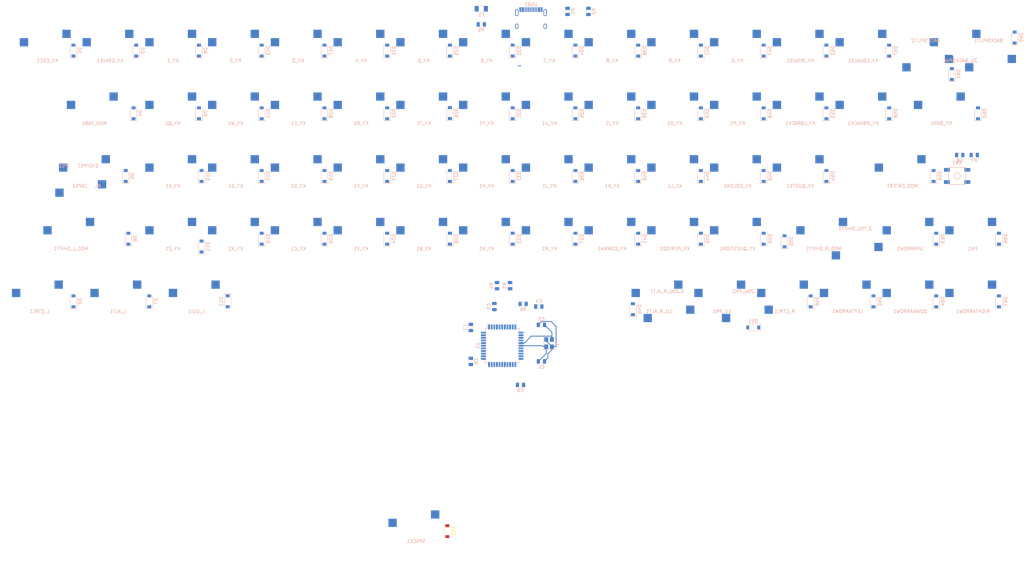
<source format=kicad_pcb>
(kicad_pcb (version 20171130) (host pcbnew "(5.1.5)-3")
  (layers (0 F.Cu signal) (31 B.Cu signal) (34 B.Paste user) (35 F.Paste user) (36 B.SilkS user) (37 F.SilkS user) (38 B.Mask user) (39 F.Mask user) (44 Edge.Cuts user))
  (net 0 "")
  (net 1 "Net-(1.25U_PN2-Pad2)")
  (net 2 COL11)
  (net 3 "Net-(1.25U_R_ALT1-Pad2)")
  (net 4 COL10)
  (net 5 "Net-(2.75U_SHIFT1-Pad2)")
  (net 6 COL12)
  (net 7 "Net-(2U_BACKSPACE1-Pad2)")
  (net 8 COL14)
  (net 9 "Net-(BACKSPLIT2-Pad2)")
  (net 10 COL15)
  (net 11 GND)
  (net 12 "Net-(C1-Pad1)")
  (net 13 "Net-(C2-Pad1)")
  (net 14 "Net-(C3-Pad1)")
  (net 15 +5V)
  (net 16 "Net-(D1-Pad2)")
  (net 17 ROW0)
  (net 18 "Net-(D2-Pad2)")
  (net 19 ROW4)
  (net 20 "Net-(D3-Pad2)")
  (net 21 "Net-(D4-Pad2)")
  (net 22 ROW1)
  (net 23 "Net-(D5-Pad2)")
  (net 24 ROW2)
  (net 25 "Net-(D6-Pad2)")
  (net 26 ROW3)
  (net 27 "Net-(D7-Pad2)")
  (net 28 "Net-(D8-Pad2)")
  (net 29 "Net-(D9-Pad2)")
  (net 30 "Net-(D10-Pad2)")
  (net 31 "Net-(D11-Pad2)")
  (net 32 "Net-(D12-Pad2)")
  (net 33 "Net-(D13-Pad2)")
  (net 34 "Net-(D14-Pad2)")
  (net 35 "Net-(D15-Pad2)")
  (net 36 "Net-(D16-Pad2)")
  (net 37 "Net-(D17-Pad2)")
  (net 38 "Net-(D18-Pad2)")
  (net 39 "Net-(D19-Pad2)")
  (net 40 "Net-(D20-Pad2)")
  (net 41 "Net-(D21-Pad2)")
  (net 42 "Net-(D22-Pad2)")
  (net 43 "Net-(D23-Pad2)")
  (net 44 "Net-(D24-Pad2)")
  (net 45 "Net-(D25-Pad2)")
  (net 46 "Net-(D26-Pad2)")
  (net 47 "Net-(D27-Pad2)")
  (net 48 "Net-(D28-Pad2)")
  (net 49 "Net-(D29-Pad2)")
  (net 50 "Net-(D30-Pad2)")
  (net 51 "Net-(D31-Pad2)")
  (net 52 "Net-(D32-Pad2)")
  (net 53 "Net-(D33-Pad2)")
  (net 54 "Net-(D34-Pad2)")
  (net 55 "Net-(D35-Pad2)")
  (net 56 "Net-(D36-Pad2)")
  (net 57 "Net-(D37-Pad2)")
  (net 58 "Net-(D38-Pad2)")
  (net 59 "Net-(D39-Pad2)")
  (net 60 "Net-(D40-Pad2)")
  (net 61 "Net-(D41-Pad2)")
  (net 62 "Net-(D42-Pad2)")
  (net 63 "Net-(D43-Pad2)")
  (net 64 "Net-(D44-Pad2)")
  (net 65 "Net-(D45-Pad2)")
  (net 66 "Net-(D47-Pad2)")
  (net 67 "Net-(D48-Pad2)")
  (net 68 "Net-(D49-Pad2)")
  (net 69 "Net-(D50-Pad2)")
  (net 70 "Net-(D52-Pad2)")
  (net 71 "Net-(D53-Pad2)")
  (net 72 "Net-(D54-Pad2)")
  (net 73 "Net-(D56-Pad2)")
  (net 74 "Net-(D57-Pad2)")
  (net 75 "Net-(D58-Pad2)")
  (net 76 "Net-(D59-Pad2)")
  (net 77 "Net-(D60-Pad2)")
  (net 78 "Net-(D62-Pad2)")
  (net 79 "Net-(D63-Pad2)")
  (net 80 "Net-(D64-Pad2)")
  (net 81 "Net-(D66-Pad2)")
  (net 82 "Net-(D67-Pad2)")
  (net 83 VCC)
  (net 84 COL2)
  (net 85 COL3)
  (net 86 COL4)
  (net 87 COL5)
  (net 88 COL6)
  (net 89 COL7)
  (net 90 COL8)
  (net 91 COL9)
  (net 92 COL13)
  (net 93 COL0)
  (net 94 COL1)
  (net 95 "Net-(R1-Pad2)")
  (net 96 "Net-(R2-Pad2)")
  (net 97 D-)
  (net 98 D+)
  (net 99 "Net-(R6-Pad2)")
  (net 100 "Net-(U1-Pad42)")
  (net 101 "Net-(U1-Pad38)")
  (net 102 "Net-(U1-Pad37)")
  (net 103 "Net-(U1-Pad36)")
  (net 104 "Net-(U1-Pad1)")
  (net 105 "Net-(USB1-Pad3)")
  (net 106 "Net-(USB1-Pad9)")
  (net 107 "Net-(C8-Pad2)")
  (net 108 RST)
  (module MX_Only:MXOnly-1U-Hotswap (layer F.Cu) (at 295.275 52.3875)
    (fp_text reference KY_BAR1)
    (fp_text value MX-NoLED)
    (fp_text user %R (at 0 3.048) (layer B.SilkS) (effects (justify mirror)))
    (pad 2 smd rect (at 5.842 -5.08) (size 2.55 2.5) (layers B.Cu B.Paste B.Mask) (net 78 "Net-(D62-Pad2)"))
    (pad 1 smd rect (at -7.085 -2.54) (size 2.55 2.5) (layers B.Cu B.Paste B.Mask) (net 8 COL14))
    (pad "" np_thru_hole circle (at 5.08 0 48.0996) (size 1.75 1.75) (drill 1.75) (layers *.Cu *.Mask))
    (pad "" np_thru_hole circle (at -5.08 0 48.0996) (size 1.75 1.75) (drill 1.75) (layers *.Cu *.Mask))
    (pad "" np_thru_hole circle (at -3.81 -2.54) (size 3 3) (drill 3) (layers *.Cu *.Mask))
    (pad "" np_thru_hole circle (at 0 0) (size 3.9878 3.9878) (drill 3.9878) (layers *.Cu *.Mask))
    (pad "" np_thru_hole circle (at 2.54 -5.08) (size 3 3) (drill 3) (layers *.Cu *.Mask))
  )
  (module Capacitor_SMD:C_0805_2012Metric (layer B.Cu) (at 152.4 117.475 270)
    (fp_text reference C7 (at 0 1.65 90) (layer B.SilkS) (effects (justify mirror)))
    (fp_text value 10uF)
    (pad 2 smd roundrect (at 0.9375 0 270) (size 0.975 1.4) (layers B.Cu B.Paste B.Mask) (net 11 GND))
    (pad 1 smd roundrect (at -0.9375 0 270) (size 0.975 1.4) (layers B.Cu B.Paste B.Mask) (net 15 +5V))
  )
  (module Capacitor_SMD:C_0805_2012Metric (layer B.Cu) (at 152.4 127.79375 90)
    (fp_text reference C6 (at 0 1.65 90) (layer B.SilkS) (effects (justify mirror)))
    (fp_text value 0.1uF)
    (pad 2 smd roundrect (at 0.9375 0 90) (size 0.975 1.4) (layers B.Cu B.Paste B.Mask) (net 11 GND))
    (pad 1 smd roundrect (at -0.9375 0 90) (size 0.975 1.4) (layers B.Cu B.Paste B.Mask) (net 15 +5V))
  )
  (module Capacitor_SMD:C_0805_2012Metric (layer B.Cu) (at 167.48125 134.9375)
    (fp_text reference C5 (at 0 1.65) (layer B.SilkS) (effects (justify mirror)))
    (fp_text value 0.1uF)
    (pad 2 smd roundrect (at 0.9375 0) (size 0.975 1.4) (layers B.Cu B.Paste B.Mask) (net 11 GND))
    (pad 1 smd roundrect (at -0.9375 0) (size 0.975 1.4) (layers B.Cu B.Paste B.Mask) (net 15 +5V))
  )
  (module Capacitor_SMD:C_0805_2012Metric (layer B.Cu) (at 173.0375 111.125 180)
    (fp_text reference C4 (at 0 1.65) (layer B.SilkS) (effects (justify mirror)))
    (fp_text value 0.1uF)
    (pad 2 smd roundrect (at 0.9375 0 180) (size 0.975 1.4) (layers B.Cu B.Paste B.Mask) (net 11 GND))
    (pad 1 smd roundrect (at -0.9375 0 180) (size 0.975 1.4) (layers B.Cu B.Paste B.Mask) (net 15 +5V))
  )
  (module Capacitor_SMD:C_0805_2012Metric (layer B.Cu) (at 159.54375 111.125 270)
    (fp_text reference C3 (at 0 1.65 90) (layer B.SilkS) (effects (justify mirror)))
    (fp_text value 1uF)
    (pad 2 smd roundrect (at 0.9375 0 270) (size 0.975 1.4) (layers B.Cu B.Paste B.Mask) (net 11 GND))
    (pad 1 smd roundrect (at -0.9375 0 270) (size 0.975 1.4) (layers B.Cu B.Paste B.Mask) (net 14 "Net-(C3-Pad1)"))
  )
  (module Capacitor_SMD:C_0805_2012Metric (layer B.Cu) (at 173.83125 116.68125 180)
    (fp_text reference C2 (at 0 1.65) (layer B.SilkS) (effects (justify mirror)))
    (fp_text value 22pF)
    (pad 2 smd roundrect (at 0.9375 0 180) (size 0.975 1.4) (layers B.Cu B.Paste B.Mask) (net 11 GND))
    (pad 1 smd roundrect (at -0.9375 0 180) (size 0.975 1.4) (layers B.Cu B.Paste B.Mask) (net 13 "Net-(C2-Pad1)"))
  )
  (module Capacitor_SMD:C_0805_2012Metric (layer B.Cu) (at 173.83125 127.79375)
    (fp_text reference C1 (at 0 1.65) (layer B.SilkS) (effects (justify mirror)))
    (fp_text value 22pF)
    (pad 2 smd roundrect (at 0.9375 0) (size 0.975 1.4) (layers B.Cu B.Paste B.Mask) (net 11 GND))
    (pad 1 smd roundrect (at -0.9375 0) (size 0.975 1.4) (layers B.Cu B.Paste B.Mask) (net 12 "Net-(C1-Pad1)"))
  )
  (module Resistor_SMD:R_0805_2012Metric (layer B.Cu) (at 305.24125 65.0875)
    (fp_text reference R7 (at 0 1.65) (layer B.SilkS) (effects (justify mirror)))
    (fp_text value 330)
    (pad 2 smd roundrect (at 0.9375 0) (size 0.975 1.4) (layers B.Cu B.Paste B.Mask) (net 11 GND))
    (pad 1 smd roundrect (at -0.9375 0) (size 0.975 1.4) (layers B.Cu B.Paste B.Mask) (net 107 "Net-(C8-Pad2)"))
  )
  (module Capacitor_SMD:C_0805_2012Metric (layer B.Cu) (at 300.83125 65.0875)
    (fp_text reference C8 (at 0 1.65) (layer B.SilkS) (effects (justify mirror)))
    (fp_text value 22pF)
    (pad 2 smd roundrect (at 0.9375 0) (size 0.975 1.4) (layers B.Cu B.Paste B.Mask) (net 107 "Net-(C8-Pad2)"))
    (pad 1 smd roundrect (at -0.9375 0) (size 0.975 1.4) (layers B.Cu B.Paste B.Mask) (net 108 RST))
  )
  (module Crystal:Crystal_SMD_3225-4Pin_3.2x2.5mm (layer B.Cu) (at 176.15625 122.2375 90)
    (fp_text reference Y1 (at 0 2.45 90) (layer B.SilkS) (effects (justify mirror)))
    (fp_text value 16MHz)
    (pad 4 smd rect (at -1.1 0.85 90) (size 1.4 1.2) (layers B.Cu B.Paste B.Mask) (net 11 GND))
    (pad 3 smd rect (at 1.1 0.85 90) (size 1.4 1.2) (layers B.Cu B.Paste B.Mask) (net 13 "Net-(C2-Pad1)"))
    (pad 2 smd rect (at 1.1 -0.85 90) (size 1.4 1.2) (layers B.Cu B.Paste B.Mask) (net 11 GND))
    (pad 1 smd rect (at -1.1 -0.85 90) (size 1.4 1.2) (layers B.Cu B.Paste B.Mask) (net 12 "Net-(C1-Pad1)"))
  )
  (module Type-C:HRO-TYPE-C-31-M-12 (layer B.Cu) (at 170.65625 28.575 180)
    (fp_text reference USB1 (at 0 9.25) (layer B.SilkS) (effects (justify mirror)))
    (fp_text value HRO-TYPE-C-31-M-12)
    (pad 12 smd rect (at 3.225 7.695 180) (size 0.6 1.45) (layers B.Cu B.Paste B.Mask) (net 11 GND))
    (pad 1 smd rect (at -3.225 7.695 180) (size 0.6 1.45) (layers B.Cu B.Paste B.Mask) (net 11 GND))
    (pad 11 smd rect (at 2.45 7.695 180) (size 0.6 1.45) (layers B.Cu B.Paste B.Mask) (net 83 VCC))
    (pad 2 smd rect (at -2.45 7.695 180) (size 0.6 1.45) (layers B.Cu B.Paste B.Mask) (net 83 VCC))
    (pad 3 smd rect (at -1.75 7.695 180) (size 0.3 1.45) (layers B.Cu B.Paste B.Mask) (net 105 "Net-(USB1-Pad3)"))
    (pad 10 smd rect (at 1.75 7.695 180) (size 0.3 1.45) (layers B.Cu B.Paste B.Mask) (net 96 "Net-(R2-Pad2)"))
    (pad 4 smd rect (at -1.25 7.695 180) (size 0.3 1.45) (layers B.Cu B.Paste B.Mask) (net 95 "Net-(R1-Pad2)"))
    (pad 9 smd rect (at 1.25 7.695 180) (size 0.3 1.45) (layers B.Cu B.Paste B.Mask) (net 106 "Net-(USB1-Pad9)"))
    (pad 5 smd rect (at -0.75 7.695 180) (size 0.3 1.45) (layers B.Cu B.Paste B.Mask) (net 97 D-))
    (pad 8 smd rect (at 0.75 7.695 180) (size 0.3 1.45) (layers B.Cu B.Paste B.Mask) (net 98 D+))
    (pad 7 smd rect (at 0.25 7.695 180) (size 0.3 1.45) (layers B.Cu B.Paste B.Mask) (net 97 D-))
    (pad 6 smd rect (at -0.25 7.695 180) (size 0.3 1.45) (layers B.Cu B.Paste B.Mask) (net 98 D+))
    (pad "" np_thru_hole circle (at 2.89 6.25 180) (size 0.65 0.65) (drill 0.65) (layers *.Cu *.Mask))
    (pad "" np_thru_hole circle (at -2.89 6.25 180) (size 0.65 0.65) (drill 0.65) (layers *.Cu *.Mask))
    (pad 13 thru_hole oval (at -4.32 6.78 180) (size 1 2.1) (drill oval 0.6 1.7) (layers *.Cu F.Mask) (net 11 GND))
    (pad 13 thru_hole oval (at 4.32 6.78 180) (size 1 2.1) (drill oval 0.6 1.7) (layers *.Cu F.Mask) (net 11 GND))
    (pad 13 thru_hole oval (at -4.32 2.6 180) (size 1 1.6) (drill oval 0.6 1.2) (layers *.Cu F.Mask) (net 11 GND))
    (pad 13 thru_hole oval (at 4.32 2.6 180) (size 1 1.6) (drill oval 0.6 1.2) (layers *.Cu F.Mask) (net 11 GND))
  )
  (module MX_Only:MXOnly-1U-Hotswap (layer F.Cu) (at 285.75 90.4875)
    (fp_text reference UPARROW1)
    (fp_text value MX-NoLED)
    (fp_text user %R (at 0 3.048) (layer B.SilkS) (effects (justify mirror)))
    (pad 2 smd rect (at 5.842 -5.08) (size 2.55 2.5) (layers B.Cu B.Paste B.Mask) (net 79 "Net-(D63-Pad2)"))
    (pad 1 smd rect (at -7.085 -2.54) (size 2.55 2.5) (layers B.Cu B.Paste B.Mask) (net 8 COL14))
    (pad "" np_thru_hole circle (at 5.08 0 48.0996) (size 1.75 1.75) (drill 1.75) (layers *.Cu *.Mask))
    (pad "" np_thru_hole circle (at -5.08 0 48.0996) (size 1.75 1.75) (drill 1.75) (layers *.Cu *.Mask))
    (pad "" np_thru_hole circle (at -3.81 -2.54) (size 3 3) (drill 3) (layers *.Cu *.Mask))
    (pad "" np_thru_hole circle (at 0 0) (size 3.9878 3.9878) (drill 3.9878) (layers *.Cu *.Mask))
    (pad "" np_thru_hole circle (at 2.54 -5.08) (size 3 3) (drill 3) (layers *.Cu *.Mask))
  )
  (module Package_QFP:TQFP-44_10x10mm_P0.8mm (layer B.Cu) (at 161.925 123.03125 270)
    (fp_text reference U1 (at 0 7.45 90) (layer B.SilkS) (effects (justify mirror)))
    (fp_text value ATmega32U4-AU)
    (pad 44 smd rect (at -4 5.7 180) (size 1.5 0.55) (layers B.Cu B.Paste B.Mask) (net 15 +5V))
    (pad 43 smd rect (at -3.2 5.7 180) (size 1.5 0.55) (layers B.Cu B.Paste B.Mask) (net 11 GND))
    (pad 42 smd rect (at -2.4 5.7 180) (size 1.5 0.55) (layers B.Cu B.Paste B.Mask) (net 100 "Net-(U1-Pad42)"))
    (pad 41 smd rect (at -1.6 5.7 180) (size 1.5 0.55) (layers B.Cu B.Paste B.Mask) (net 92 COL13))
    (pad 40 smd rect (at -0.8 5.7 180) (size 1.5 0.55) (layers B.Cu B.Paste B.Mask) (net 8 COL14))
    (pad 39 smd rect (at 0 5.7 180) (size 1.5 0.55) (layers B.Cu B.Paste B.Mask) (net 10 COL15))
    (pad 38 smd rect (at 0.8 5.7 180) (size 1.5 0.55) (layers B.Cu B.Paste B.Mask) (net 101 "Net-(U1-Pad38)"))
    (pad 37 smd rect (at 1.6 5.7 180) (size 1.5 0.55) (layers B.Cu B.Paste B.Mask) (net 102 "Net-(U1-Pad37)"))
    (pad 36 smd rect (at 2.4 5.7 180) (size 1.5 0.55) (layers B.Cu B.Paste B.Mask) (net 103 "Net-(U1-Pad36)"))
    (pad 35 smd rect (at 3.2 5.7 180) (size 1.5 0.55) (layers B.Cu B.Paste B.Mask) (net 11 GND))
    (pad 34 smd rect (at 4 5.7 180) (size 1.5 0.55) (layers B.Cu B.Paste B.Mask) (net 15 +5V))
    (pad 33 smd rect (at 5.7 4 270) (size 1.5 0.55) (layers B.Cu B.Paste B.Mask) (net 99 "Net-(R6-Pad2)"))
    (pad 32 smd rect (at 5.7 3.2 270) (size 1.5 0.55) (layers B.Cu B.Paste B.Mask) (net 86 COL4))
    (pad 31 smd rect (at 5.7 2.4 270) (size 1.5 0.55) (layers B.Cu B.Paste B.Mask) (net 85 COL3))
    (pad 30 smd rect (at 5.7 1.6 270) (size 1.5 0.55) (layers B.Cu B.Paste B.Mask) (net 94 COL1))
    (pad 29 smd rect (at 5.7 0.8 270) (size 1.5 0.55) (layers B.Cu B.Paste B.Mask) (net 93 COL0))
    (pad 28 smd rect (at 5.7 0 270) (size 1.5 0.55) (layers B.Cu B.Paste B.Mask) (net 19 ROW4))
    (pad 27 smd rect (at 5.7 -0.8 270) (size 1.5 0.55) (layers B.Cu B.Paste B.Mask) (net 6 COL12))
    (pad 26 smd rect (at 5.7 -1.6 270) (size 1.5 0.55) (layers B.Cu B.Paste B.Mask) (net 2 COL11))
    (pad 25 smd rect (at 5.7 -2.4 270) (size 1.5 0.55) (layers B.Cu B.Paste B.Mask) (net 91 COL9))
    (pad 24 smd rect (at 5.7 -3.2 270) (size 1.5 0.55) (layers B.Cu B.Paste B.Mask) (net 15 +5V))
    (pad 23 smd rect (at 5.7 -4 270) (size 1.5 0.55) (layers B.Cu B.Paste B.Mask) (net 11 GND))
    (pad 22 smd rect (at 4 -5.7 180) (size 1.5 0.55) (layers B.Cu B.Paste B.Mask) (net 4 COL10))
    (pad 21 smd rect (at 3.2 -5.7 180) (size 1.5 0.55) (layers B.Cu B.Paste B.Mask) (net 90 COL8))
    (pad 20 smd rect (at 2.4 -5.7 180) (size 1.5 0.55) (layers B.Cu B.Paste B.Mask) (net 89 COL7))
    (pad 19 smd rect (at 1.6 -5.7 180) (size 1.5 0.55) (layers B.Cu B.Paste B.Mask) (net 88 COL6))
    (pad 18 smd rect (at 0.8 -5.7 180) (size 1.5 0.55) (layers B.Cu B.Paste B.Mask) (net 87 COL5))
    (pad 17 smd rect (at 0 -5.7 180) (size 1.5 0.55) (layers B.Cu B.Paste B.Mask) (net 12 "Net-(C1-Pad1)"))
    (pad 16 smd rect (at -0.8 -5.7 180) (size 1.5 0.55) (layers B.Cu B.Paste B.Mask) (net 13 "Net-(C2-Pad1)"))
    (pad 15 smd rect (at -1.6 -5.7 180) (size 1.5 0.55) (layers B.Cu B.Paste B.Mask) (net 11 GND))
    (pad 14 smd rect (at -2.4 -5.7 180) (size 1.5 0.55) (layers B.Cu B.Paste B.Mask) (net 15 +5V))
    (pad 13 smd rect (at -3.2 -5.7 180) (size 1.5 0.55) (layers B.Cu B.Paste B.Mask) (net 108 RST))
    (pad 12 smd rect (at -4 -5.7 180) (size 1.5 0.55) (layers B.Cu B.Paste B.Mask) (net 84 COL2))
    (pad 11 smd rect (at -5.7 -4 270) (size 1.5 0.55) (layers B.Cu B.Paste B.Mask) (net 26 ROW3))
    (pad 10 smd rect (at -5.7 -3.2 270) (size 1.5 0.55) (layers B.Cu B.Paste B.Mask) (net 24 ROW2))
    (pad 9 smd rect (at -5.7 -2.4 270) (size 1.5 0.55) (layers B.Cu B.Paste B.Mask) (net 22 ROW1))
    (pad 8 smd rect (at -5.7 -1.6 270) (size 1.5 0.55) (layers B.Cu B.Paste B.Mask) (net 17 ROW0))
    (pad 7 smd rect (at -5.7 -0.8 270) (size 1.5 0.55) (layers B.Cu B.Paste B.Mask) (net 15 +5V))
    (pad 6 smd rect (at -5.7 0 270) (size 1.5 0.55) (layers B.Cu B.Paste B.Mask) (net 14 "Net-(C3-Pad1)"))
    (pad 5 smd rect (at -5.7 0.8 270) (size 1.5 0.55) (layers B.Cu B.Paste B.Mask) (net 11 GND))
    (pad 4 smd rect (at -5.7 1.6 270) (size 1.5 0.55) (layers B.Cu B.Paste B.Mask) (net 98 D+))
    (pad 3 smd rect (at -5.7 2.4 270) (size 1.5 0.55) (layers B.Cu B.Paste B.Mask) (net 97 D-))
    (pad 2 smd rect (at -5.7 3.2 270) (size 1.5 0.55) (layers B.Cu B.Paste B.Mask) (net 15 +5V))
    (pad 1 smd rect (at -5.7 4 270) (size 1.5 0.55) (layers B.Cu B.Paste B.Mask) (net 104 "Net-(U1-Pad1)"))
  )
  (module random-keyboard-parts:SKQG-1155865 (layer B.Cu) (at 300.0375 71.4375)
    (fp_text reference SW1 (at 0 -4.064) (layer B.SilkS) (effects (justify mirror)))
    (fp_text value SW_Push)
    (pad 4 smd rect (at -3.1 -1.85) (size 1.8 1.1) (layers B.Cu B.Paste B.Mask))
    (pad 3 smd rect (at 3.1 1.85) (size 1.8 1.1) (layers B.Cu B.Paste B.Mask))
    (pad 2 smd rect (at -3.1 1.85) (size 1.8 1.1) (layers B.Cu B.Paste B.Mask) (net 108 RST))
    (pad 1 smd rect (at 3.1 -1.85) (size 1.8 1.1) (layers B.Cu B.Paste B.Mask) (net 107 "Net-(C8-Pad2)"))
  )
  (module MX_Only:MXOnly-1U-Hotswap (layer F.Cu) (at 33.3375 71.4375 180)
    (fp_text reference STEPPED_CAPS1)
    (fp_text value MX-NoLED)
    (fp_text user %R (at 0 3.048) (layer B.SilkS) (effects (justify mirror)))
    (pad 2 smd rect (at 5.842 -5.08 180) (size 2.55 2.5) (layers B.Cu B.Paste B.Mask) (net 23 "Net-(D5-Pad2)"))
    (pad 1 smd rect (at -7.085 -2.54 180) (size 2.55 2.5) (layers B.Cu B.Paste B.Mask) (net 94 COL1))
    (pad "" np_thru_hole circle (at 5.08 0 228.0996) (size 1.75 1.75) (drill 1.75) (layers *.Cu *.Mask))
    (pad "" np_thru_hole circle (at -5.08 0 228.0996) (size 1.75 1.75) (drill 1.75) (layers *.Cu *.Mask))
    (pad "" np_thru_hole circle (at -3.81 -2.54 180) (size 3 3) (drill 3) (layers *.Cu *.Mask))
    (pad "" np_thru_hole circle (at 0 0 180) (size 3.9878 3.9878) (drill 3.9878) (layers *.Cu *.Mask))
    (pad "" np_thru_hole circle (at 2.54 -5.08 180) (size 3 3) (drill 3) (layers *.Cu *.Mask))
  )
  (module MX_Only:MXOnly-6.25U-Hotswap (layer F.Cu) (at 135.73125 179.3875)
    (fp_text reference SPACE1)
    (fp_text value MX-NoLED)
    (fp_text user %R (at 0 3.048) (layer B.SilkS) (effects (justify mirror)))
    (pad "" np_thru_hole circle (at -49.9999 8.255) (size 3.9878 3.9878) (drill 3.9878) (layers *.Cu *.Mask))
    (pad "" np_thru_hole circle (at 49.9999 8.255) (size 3.9878 3.9878) (drill 3.9878) (layers *.Cu *.Mask))
    (pad "" np_thru_hole circle (at -49.9999 -6.985) (size 3.048 3.048) (drill 3.048) (layers *.Cu *.Mask))
    (pad "" np_thru_hole circle (at 49.9999 -6.985) (size 3.048 3.048) (drill 3.048) (layers *.Cu *.Mask))
    (pad 2 smd rect (at 5.842 -5.08) (size 2.55 2.5) (layers B.Cu B.Paste B.Mask) (net 49 "Net-(D29-Pad2)"))
    (pad 1 smd rect (at -7.085 -2.54) (size 2.55 2.5) (layers B.Cu B.Paste B.Mask) (net 88 COL6))
    (pad "" np_thru_hole circle (at 5.08 0 48.0996) (size 1.75 1.75) (drill 1.75) (layers *.Cu *.Mask))
    (pad "" np_thru_hole circle (at -5.08 0 48.0996) (size 1.75 1.75) (drill 1.75) (layers *.Cu *.Mask))
    (pad "" np_thru_hole circle (at -3.81 -2.54) (size 3 3) (drill 3) (layers *.Cu *.Mask))
    (pad "" np_thru_hole circle (at 0 0) (size 3.9878 3.9878) (drill 3.9878) (layers *.Cu *.Mask))
    (pad "" np_thru_hole circle (at 2.54 -5.08) (size 3 3) (drill 3) (layers *.Cu *.Mask))
  )
  (module MX_Only:MXOnly-1U-Hotswap (layer F.Cu) (at 304.8 109.5375)
    (fp_text reference RIGHTARROW1)
    (fp_text value MX-NoLED)
    (fp_text user %R (at 0 3.048) (layer B.SilkS) (effects (justify mirror)))
    (pad 2 smd rect (at 5.842 -5.08) (size 2.55 2.5) (layers B.Cu B.Paste B.Mask) (net 82 "Net-(D67-Pad2)"))
    (pad 1 smd rect (at -7.085 -2.54) (size 2.55 2.5) (layers B.Cu B.Paste B.Mask) (net 10 COL15))
    (pad "" np_thru_hole circle (at 5.08 0 48.0996) (size 1.75 1.75) (drill 1.75) (layers *.Cu *.Mask))
    (pad "" np_thru_hole circle (at -5.08 0 48.0996) (size 1.75 1.75) (drill 1.75) (layers *.Cu *.Mask))
    (pad "" np_thru_hole circle (at -3.81 -2.54) (size 3 3) (drill 3) (layers *.Cu *.Mask))
    (pad "" np_thru_hole circle (at 0 0) (size 3.9878 3.9878) (drill 3.9878) (layers *.Cu *.Mask))
    (pad "" np_thru_hole circle (at 2.54 -5.08) (size 3 3) (drill 3) (layers *.Cu *.Mask))
  )
  (module MX_Only:MXOnly-1U-Hotswap (layer F.Cu) (at 247.65 109.5375)
    (fp_text reference R_CTRL1)
    (fp_text value MX-NoLED)
    (fp_text user %R (at 0 3.048) (layer B.SilkS) (effects (justify mirror)))
    (pad 2 smd rect (at 5.842 -5.08) (size 2.55 2.5) (layers B.Cu B.Paste B.Mask) (net 73 "Net-(D56-Pad2)"))
    (pad 1 smd rect (at -7.085 -2.54) (size 2.55 2.5) (layers B.Cu B.Paste B.Mask) (net 6 COL12))
    (pad "" np_thru_hole circle (at 5.08 0 48.0996) (size 1.75 1.75) (drill 1.75) (layers *.Cu *.Mask))
    (pad "" np_thru_hole circle (at -5.08 0 48.0996) (size 1.75 1.75) (drill 1.75) (layers *.Cu *.Mask))
    (pad "" np_thru_hole circle (at -3.81 -2.54) (size 3 3) (drill 3) (layers *.Cu *.Mask))
    (pad "" np_thru_hole circle (at 0 0) (size 3.9878 3.9878) (drill 3.9878) (layers *.Cu *.Mask))
    (pad "" np_thru_hole circle (at 2.54 -5.08) (size 3 3) (drill 3) (layers *.Cu *.Mask))
  )
  (module Resistor_SMD:R_0805_2012Metric (layer B.Cu) (at 168.275 110.33125)
    (fp_text reference R6 (at 0 1.65) (layer B.SilkS) (effects (justify mirror)))
    (fp_text value 1k)
    (pad 2 smd roundrect (at 0.9375 0) (size 0.975 1.4) (layers B.Cu B.Paste B.Mask) (net 99 "Net-(R6-Pad2)"))
    (pad 1 smd roundrect (at -0.9375 0) (size 0.975 1.4) (layers B.Cu B.Paste B.Mask) (net 11 GND))
  )
  (module Resistor_SMD:R_0805_2012Metric (layer B.Cu) (at 155.575 25.4)
    (fp_text reference R5 (at 0 1.65) (layer B.SilkS) (effects (justify mirror)))
    (fp_text value 10k)
    (pad 2 smd roundrect (at 0.9375 0) (size 0.975 1.4) (layers B.Cu B.Paste B.Mask) (net 108 RST))
    (pad 1 smd roundrect (at -0.9375 0) (size 0.975 1.4) (layers B.Cu B.Paste B.Mask) (net 15 +5V))
  )
  (module Resistor_SMD:R_0805_2012Metric (layer B.Cu) (at 160.3375 104.775 270)
    (fp_text reference R4 (at 0 1.65 90) (layer B.SilkS) (effects (justify mirror)))
    (fp_text value 22)
    (pad 2 smd roundrect (at 0.9375 0 270) (size 0.975 1.4) (layers B.Cu B.Paste B.Mask) (net 98 D+))
    (pad 1 smd roundrect (at -0.9375 0 270) (size 0.975 1.4) (layers B.Cu B.Paste B.Mask) (net 98 D+))
  )
  (module Resistor_SMD:R_0805_2012Metric (layer B.Cu) (at 164.30625 104.775 270)
    (fp_text reference R3 (at 0 1.65 90) (layer B.SilkS) (effects (justify mirror)))
    (fp_text value 22)
    (pad 2 smd roundrect (at 0.9375 0 270) (size 0.975 1.4) (layers B.Cu B.Paste B.Mask) (net 97 D-))
    (pad 1 smd roundrect (at -0.9375 0 270) (size 0.975 1.4) (layers B.Cu B.Paste B.Mask) (net 97 D-))
  )
  (module Resistor_SMD:R_0805_2012Metric (layer B.Cu) (at 188.11875 21.43125 90)
    (fp_text reference R2 (at 0 1.65 90) (layer B.SilkS) (effects (justify mirror)))
    (fp_text value 5.1k)
    (pad 2 smd roundrect (at 0.9375 0 90) (size 0.975 1.4) (layers B.Cu B.Paste B.Mask) (net 96 "Net-(R2-Pad2)"))
    (pad 1 smd roundrect (at -0.9375 0 90) (size 0.975 1.4) (layers B.Cu B.Paste B.Mask) (net 11 GND))
  )
  (module Resistor_SMD:R_0805_2012Metric (layer B.Cu) (at 181.76875 21.43125 90)
    (fp_text reference R1 (at 0 1.65 90) (layer B.SilkS) (effects (justify mirror)))
    (fp_text value 5.1k)
    (pad 2 smd roundrect (at 0.9375 0 90) (size 0.975 1.4) (layers B.Cu B.Paste B.Mask) (net 95 "Net-(R1-Pad2)"))
    (pad 1 smd roundrect (at -0.9375 0 90) (size 0.975 1.4) (layers B.Cu B.Paste B.Mask) (net 11 GND))
  )
  (module MX_Only:MXOnly-1.75U-Hotswap (layer F.Cu) (at 35.71875 71.4375)
    (fp_text reference MOD_CAPS1)
    (fp_text value MX-NoLED)
    (fp_text user %R (at 0 3.048) (layer B.SilkS) (effects (justify mirror)))
    (pad 2 smd rect (at 5.842 -5.08) (size 2.55 2.5) (layers B.Cu B.Paste B.Mask) (net 23 "Net-(D5-Pad2)"))
    (pad 1 smd rect (at -7.085 -2.54) (size 2.55 2.5) (layers B.Cu B.Paste B.Mask) (net 94 COL1))
    (pad "" np_thru_hole circle (at 5.08 0 48.0996) (size 1.75 1.75) (drill 1.75) (layers *.Cu *.Mask))
    (pad "" np_thru_hole circle (at -5.08 0 48.0996) (size 1.75 1.75) (drill 1.75) (layers *.Cu *.Mask))
    (pad "" np_thru_hole circle (at -3.81 -2.54) (size 3 3) (drill 3) (layers *.Cu *.Mask))
    (pad "" np_thru_hole circle (at 0 0) (size 3.9878 3.9878) (drill 3.9878) (layers *.Cu *.Mask))
    (pad "" np_thru_hole circle (at 2.54 -5.08) (size 3 3) (drill 3) (layers *.Cu *.Mask))
  )
  (module MX_Only:MXOnly-1.5U-Hotswap (layer F.Cu) (at 38.1 52.3875)
    (fp_text reference MOD_TAB1)
    (fp_text value MX-NoLED)
    (fp_text user %R (at 0 3.048) (layer B.SilkS) (effects (justify mirror)))
    (pad 2 smd rect (at 5.842 -5.08) (size 2.55 2.5) (layers B.Cu B.Paste B.Mask) (net 21 "Net-(D4-Pad2)"))
    (pad 1 smd rect (at -7.085 -2.54) (size 2.55 2.5) (layers B.Cu B.Paste B.Mask) (net 94 COL1))
    (pad "" np_thru_hole circle (at 5.08 0 48.0996) (size 1.75 1.75) (drill 1.75) (layers *.Cu *.Mask))
    (pad "" np_thru_hole circle (at -5.08 0 48.0996) (size 1.75 1.75) (drill 1.75) (layers *.Cu *.Mask))
    (pad "" np_thru_hole circle (at -3.81 -2.54) (size 3 3) (drill 3) (layers *.Cu *.Mask))
    (pad "" np_thru_hole circle (at 0 0) (size 3.9878 3.9878) (drill 3.9878) (layers *.Cu *.Mask))
    (pad "" np_thru_hole circle (at 2.54 -5.08) (size 3 3) (drill 3) (layers *.Cu *.Mask))
  )
  (module MX_Only:MXOnly-1.75U-Hotswap (layer F.Cu) (at 259.55625 90.4875)
    (fp_text reference MOD_R_SHIFT1)
    (fp_text value MX-NoLED)
    (fp_text user %R (at 0 3.048) (layer B.SilkS) (effects (justify mirror)))
    (pad 2 smd rect (at 5.842 -5.08) (size 2.55 2.5) (layers B.Cu B.Paste B.Mask) (net 5 "Net-(2.75U_SHIFT1-Pad2)"))
    (pad 1 smd rect (at -7.085 -2.54) (size 2.55 2.5) (layers B.Cu B.Paste B.Mask) (net 6 COL12))
    (pad "" np_thru_hole circle (at 5.08 0 48.0996) (size 1.75 1.75) (drill 1.75) (layers *.Cu *.Mask))
    (pad "" np_thru_hole circle (at -5.08 0 48.0996) (size 1.75 1.75) (drill 1.75) (layers *.Cu *.Mask))
    (pad "" np_thru_hole circle (at -3.81 -2.54) (size 3 3) (drill 3) (layers *.Cu *.Mask))
    (pad "" np_thru_hole circle (at 0 0) (size 3.9878 3.9878) (drill 3.9878) (layers *.Cu *.Mask))
    (pad "" np_thru_hole circle (at 2.54 -5.08) (size 3 3) (drill 3) (layers *.Cu *.Mask))
  )
  (module MX_Only:MXOnly-2.25U-Hotswap (layer F.Cu) (at 30.95625 90.4875)
    (fp_text reference MOD_L_SHIFT1)
    (fp_text value MX-NoLED)
    (fp_text user %R (at 0 3.048) (layer B.SilkS) (effects (justify mirror)))
    (pad "" np_thru_hole circle (at -11.938 8.255) (size 3.9878 3.9878) (drill 3.9878) (layers *.Cu *.Mask))
    (pad "" np_thru_hole circle (at 11.938 8.255) (size 3.9878 3.9878) (drill 3.9878) (layers *.Cu *.Mask))
    (pad "" np_thru_hole circle (at -11.938 -6.985) (size 3.048 3.048) (drill 3.048) (layers *.Cu *.Mask))
    (pad "" np_thru_hole circle (at 11.938 -6.985) (size 3.048 3.048) (drill 3.048) (layers *.Cu *.Mask))
    (pad 2 smd rect (at 5.842 -5.08) (size 2.55 2.5) (layers B.Cu B.Paste B.Mask) (net 25 "Net-(D6-Pad2)"))
    (pad 1 smd rect (at -7.085 -2.54) (size 2.55 2.5) (layers B.Cu B.Paste B.Mask) (net 94 COL1))
    (pad "" np_thru_hole circle (at 5.08 0 48.0996) (size 1.75 1.75) (drill 1.75) (layers *.Cu *.Mask))
    (pad "" np_thru_hole circle (at -5.08 0 48.0996) (size 1.75 1.75) (drill 1.75) (layers *.Cu *.Mask))
    (pad "" np_thru_hole circle (at -3.81 -2.54) (size 3 3) (drill 3) (layers *.Cu *.Mask))
    (pad "" np_thru_hole circle (at 0 0) (size 3.9878 3.9878) (drill 3.9878) (layers *.Cu *.Mask))
    (pad "" np_thru_hole circle (at 2.54 -5.08) (size 3 3) (drill 3) (layers *.Cu *.Mask))
  )
  (module MX_Only:MXOnly-2.25U-Hotswap (layer F.Cu) (at 283.36875 71.4375)
    (fp_text reference MOD_ENTER1)
    (fp_text value MX-NoLED)
    (fp_text user %R (at 0 3.048) (layer B.SilkS) (effects (justify mirror)))
    (pad "" np_thru_hole circle (at -11.938 8.255) (size 3.9878 3.9878) (drill 3.9878) (layers *.Cu *.Mask))
    (pad "" np_thru_hole circle (at 11.938 8.255) (size 3.9878 3.9878) (drill 3.9878) (layers *.Cu *.Mask))
    (pad "" np_thru_hole circle (at -11.938 -6.985) (size 3.048 3.048) (drill 3.048) (layers *.Cu *.Mask))
    (pad "" np_thru_hole circle (at 11.938 -6.985) (size 3.048 3.048) (drill 3.048) (layers *.Cu *.Mask))
    (pad 2 smd rect (at 5.842 -5.08) (size 2.55 2.5) (layers B.Cu B.Paste B.Mask) (net 76 "Net-(D59-Pad2)"))
    (pad 1 smd rect (at -7.085 -2.54) (size 2.55 2.5) (layers B.Cu B.Paste B.Mask) (net 92 COL13))
    (pad "" np_thru_hole circle (at 5.08 0 48.0996) (size 1.75 1.75) (drill 1.75) (layers *.Cu *.Mask))
    (pad "" np_thru_hole circle (at -5.08 0 48.0996) (size 1.75 1.75) (drill 1.75) (layers *.Cu *.Mask))
    (pad "" np_thru_hole circle (at -3.81 -2.54) (size 3 3) (drill 3) (layers *.Cu *.Mask))
    (pad "" np_thru_hole circle (at 0 0) (size 3.9878 3.9878) (drill 3.9878) (layers *.Cu *.Mask))
    (pad "" np_thru_hole circle (at 2.54 -5.08) (size 3 3) (drill 3) (layers *.Cu *.Mask))
  )
  (module MX_Only:MXOnly-1U-Hotswap (layer F.Cu) (at 266.7 109.5375)
    (fp_text reference LEFTARROW1)
    (fp_text value MX-NoLED)
    (fp_text user %R (at 0 3.048) (layer B.SilkS) (effects (justify mirror)))
    (pad 2 smd rect (at 5.842 -5.08) (size 2.55 2.5) (layers B.Cu B.Paste B.Mask) (net 77 "Net-(D60-Pad2)"))
    (pad 1 smd rect (at -7.085 -2.54) (size 2.55 2.5) (layers B.Cu B.Paste B.Mask) (net 92 COL13))
    (pad "" np_thru_hole circle (at 5.08 0 48.0996) (size 1.75 1.75) (drill 1.75) (layers *.Cu *.Mask))
    (pad "" np_thru_hole circle (at -5.08 0 48.0996) (size 1.75 1.75) (drill 1.75) (layers *.Cu *.Mask))
    (pad "" np_thru_hole circle (at -3.81 -2.54) (size 3 3) (drill 3) (layers *.Cu *.Mask))
    (pad "" np_thru_hole circle (at 0 0) (size 3.9878 3.9878) (drill 3.9878) (layers *.Cu *.Mask))
    (pad "" np_thru_hole circle (at 2.54 -5.08) (size 3 3) (drill 3) (layers *.Cu *.Mask))
  )
  (module MX_Only:MXOnly-1.25U-Hotswap (layer F.Cu) (at 69.05625 109.5375)
    (fp_text reference L_GUI1)
    (fp_text value MX-NoLED)
    (fp_text user %R (at 0 3.048) (layer B.SilkS) (effects (justify mirror)))
    (pad 2 smd rect (at 5.842 -5.08) (size 2.55 2.5) (layers B.Cu B.Paste B.Mask) (net 27 "Net-(D7-Pad2)"))
    (pad 1 smd rect (at -7.085 -2.54) (size 2.55 2.5) (layers B.Cu B.Paste B.Mask) (net 94 COL1))
    (pad "" np_thru_hole circle (at 5.08 0 48.0996) (size 1.75 1.75) (drill 1.75) (layers *.Cu *.Mask))
    (pad "" np_thru_hole circle (at -5.08 0 48.0996) (size 1.75 1.75) (drill 1.75) (layers *.Cu *.Mask))
    (pad "" np_thru_hole circle (at -3.81 -2.54) (size 3 3) (drill 3) (layers *.Cu *.Mask))
    (pad "" np_thru_hole circle (at 0 0) (size 3.9878 3.9878) (drill 3.9878) (layers *.Cu *.Mask))
    (pad "" np_thru_hole circle (at 2.54 -5.08) (size 3 3) (drill 3) (layers *.Cu *.Mask))
  )
  (module MX_Only:MXOnly-1.25U-Hotswap (layer F.Cu) (at 21.43125 109.5375)
    (fp_text reference L_CTRL1)
    (fp_text value MX-NoLED)
    (fp_text user %R (at 0 3.048) (layer B.SilkS) (effects (justify mirror)))
    (pad 2 smd rect (at 5.842 -5.08) (size 2.55 2.5) (layers B.Cu B.Paste B.Mask) (net 18 "Net-(D2-Pad2)"))
    (pad 1 smd rect (at -7.085 -2.54) (size 2.55 2.5) (layers B.Cu B.Paste B.Mask) (net 93 COL0))
    (pad "" np_thru_hole circle (at 5.08 0 48.0996) (size 1.75 1.75) (drill 1.75) (layers *.Cu *.Mask))
    (pad "" np_thru_hole circle (at -5.08 0 48.0996) (size 1.75 1.75) (drill 1.75) (layers *.Cu *.Mask))
    (pad "" np_thru_hole circle (at -3.81 -2.54) (size 3 3) (drill 3) (layers *.Cu *.Mask))
    (pad "" np_thru_hole circle (at 0 0) (size 3.9878 3.9878) (drill 3.9878) (layers *.Cu *.Mask))
    (pad "" np_thru_hole circle (at 2.54 -5.08) (size 3 3) (drill 3) (layers *.Cu *.Mask))
  )
  (module MX_Only:MXOnly-1.25U-Hotswap (layer F.Cu) (at 45.24375 109.5375)
    (fp_text reference L_ALT1)
    (fp_text value MX-NoLED)
    (fp_text user %R (at 0 3.048) (layer B.SilkS) (effects (justify mirror)))
    (pad 2 smd rect (at 5.842 -5.08) (size 2.55 2.5) (layers B.Cu B.Paste B.Mask) (net 32 "Net-(D12-Pad2)"))
    (pad 1 smd rect (at -7.085 -2.54) (size 2.55 2.5) (layers B.Cu B.Paste B.Mask) (net 84 COL2))
    (pad "" np_thru_hole circle (at 5.08 0 48.0996) (size 1.75 1.75) (drill 1.75) (layers *.Cu *.Mask))
    (pad "" np_thru_hole circle (at -5.08 0 48.0996) (size 1.75 1.75) (drill 1.75) (layers *.Cu *.Mask))
    (pad "" np_thru_hole circle (at -3.81 -2.54) (size 3 3) (drill 3) (layers *.Cu *.Mask))
    (pad "" np_thru_hole circle (at 0 0) (size 3.9878 3.9878) (drill 3.9878) (layers *.Cu *.Mask))
    (pad "" np_thru_hole circle (at 2.54 -5.08) (size 3 3) (drill 3) (layers *.Cu *.Mask))
  )
  (module MX_Only:MXOnly-1U-Hotswap (layer F.Cu) (at 61.9125 90.4875)
    (fp_text reference KY_Z1)
    (fp_text value MX-NoLED)
    (fp_text user %R (at 0 3.048) (layer B.SilkS) (effects (justify mirror)))
    (pad 2 smd rect (at 5.842 -5.08) (size 2.55 2.5) (layers B.Cu B.Paste B.Mask) (net 31 "Net-(D11-Pad2)"))
    (pad 1 smd rect (at -7.085 -2.54) (size 2.55 2.5) (layers B.Cu B.Paste B.Mask) (net 84 COL2))
    (pad "" np_thru_hole circle (at 5.08 0 48.0996) (size 1.75 1.75) (drill 1.75) (layers *.Cu *.Mask))
    (pad "" np_thru_hole circle (at -5.08 0 48.0996) (size 1.75 1.75) (drill 1.75) (layers *.Cu *.Mask))
    (pad "" np_thru_hole circle (at -3.81 -2.54) (size 3 3) (drill 3) (layers *.Cu *.Mask))
    (pad "" np_thru_hole circle (at 0 0) (size 3.9878 3.9878) (drill 3.9878) (layers *.Cu *.Mask))
    (pad "" np_thru_hole circle (at 2.54 -5.08) (size 3 3) (drill 3) (layers *.Cu *.Mask))
  )
  (module MX_Only:MXOnly-1U-Hotswap (layer F.Cu) (at 157.1625 52.3875)
    (fp_text reference KY_Y1)
    (fp_text value MX-NoLED)
    (fp_text user %R (at 0 3.048) (layer B.SilkS) (effects (justify mirror)))
    (pad 2 smd rect (at 5.842 -5.08) (size 2.55 2.5) (layers B.Cu B.Paste B.Mask) (net 51 "Net-(D31-Pad2)"))
    (pad 1 smd rect (at -7.085 -2.54) (size 2.55 2.5) (layers B.Cu B.Paste B.Mask) (net 89 COL7))
    (pad "" np_thru_hole circle (at 5.08 0 48.0996) (size 1.75 1.75) (drill 1.75) (layers *.Cu *.Mask))
    (pad "" np_thru_hole circle (at -5.08 0 48.0996) (size 1.75 1.75) (drill 1.75) (layers *.Cu *.Mask))
    (pad "" np_thru_hole circle (at -3.81 -2.54) (size 3 3) (drill 3) (layers *.Cu *.Mask))
    (pad "" np_thru_hole circle (at 0 0) (size 3.9878 3.9878) (drill 3.9878) (layers *.Cu *.Mask))
    (pad "" np_thru_hole circle (at 2.54 -5.08) (size 3 3) (drill 3) (layers *.Cu *.Mask))
  )
  (module MX_Only:MXOnly-1U-Hotswap (layer F.Cu) (at 80.9625 90.4875)
    (fp_text reference KY_X1)
    (fp_text value MX-NoLED)
    (fp_text user %R (at 0 3.048) (layer B.SilkS) (effects (justify mirror)))
    (pad 2 smd rect (at 5.842 -5.08) (size 2.55 2.5) (layers B.Cu B.Paste B.Mask) (net 36 "Net-(D16-Pad2)"))
    (pad 1 smd rect (at -7.085 -2.54) (size 2.55 2.5) (layers B.Cu B.Paste B.Mask) (net 85 COL3))
    (pad "" np_thru_hole circle (at 5.08 0 48.0996) (size 1.75 1.75) (drill 1.75) (layers *.Cu *.Mask))
    (pad "" np_thru_hole circle (at -5.08 0 48.0996) (size 1.75 1.75) (drill 1.75) (layers *.Cu *.Mask))
    (pad "" np_thru_hole circle (at -3.81 -2.54) (size 3 3) (drill 3) (layers *.Cu *.Mask))
    (pad "" np_thru_hole circle (at 0 0) (size 3.9878 3.9878) (drill 3.9878) (layers *.Cu *.Mask))
    (pad "" np_thru_hole circle (at 2.54 -5.08) (size 3 3) (drill 3) (layers *.Cu *.Mask))
  )
  (module MX_Only:MXOnly-1U-Hotswap (layer F.Cu) (at 80.9625 52.3875)
    (fp_text reference KY_W1)
    (fp_text value MX-NoLED)
    (fp_text user %R (at 0 3.048) (layer B.SilkS) (effects (justify mirror)))
    (pad 2 smd rect (at 5.842 -5.08) (size 2.55 2.5) (layers B.Cu B.Paste B.Mask) (net 34 "Net-(D14-Pad2)"))
    (pad 1 smd rect (at -7.085 -2.54) (size 2.55 2.5) (layers B.Cu B.Paste B.Mask) (net 85 COL3))
    (pad "" np_thru_hole circle (at 5.08 0 48.0996) (size 1.75 1.75) (drill 1.75) (layers *.Cu *.Mask))
    (pad "" np_thru_hole circle (at -5.08 0 48.0996) (size 1.75 1.75) (drill 1.75) (layers *.Cu *.Mask))
    (pad "" np_thru_hole circle (at -3.81 -2.54) (size 3 3) (drill 3) (layers *.Cu *.Mask))
    (pad "" np_thru_hole circle (at 0 0) (size 3.9878 3.9878) (drill 3.9878) (layers *.Cu *.Mask))
    (pad "" np_thru_hole circle (at 2.54 -5.08) (size 3 3) (drill 3) (layers *.Cu *.Mask))
  )
  (module MX_Only:MXOnly-1U-Hotswap (layer F.Cu) (at 119.0625 90.4875)
    (fp_text reference KY_V1)
    (fp_text value MX-NoLED)
    (fp_text user %R (at 0 3.048) (layer B.SilkS) (effects (justify mirror)))
    (pad 2 smd rect (at 5.842 -5.08) (size 2.55 2.5) (layers B.Cu B.Paste B.Mask) (net 44 "Net-(D24-Pad2)"))
    (pad 1 smd rect (at -7.085 -2.54) (size 2.55 2.5) (layers B.Cu B.Paste B.Mask) (net 87 COL5))
    (pad "" np_thru_hole circle (at 5.08 0 48.0996) (size 1.75 1.75) (drill 1.75) (layers *.Cu *.Mask))
    (pad "" np_thru_hole circle (at -5.08 0 48.0996) (size 1.75 1.75) (drill 1.75) (layers *.Cu *.Mask))
    (pad "" np_thru_hole circle (at -3.81 -2.54) (size 3 3) (drill 3) (layers *.Cu *.Mask))
    (pad "" np_thru_hole circle (at 0 0) (size 3.9878 3.9878) (drill 3.9878) (layers *.Cu *.Mask))
    (pad "" np_thru_hole circle (at 2.54 -5.08) (size 3 3) (drill 3) (layers *.Cu *.Mask))
  )
  (module MX_Only:MXOnly-1U-Hotswap (layer F.Cu) (at 176.2125 52.3875)
    (fp_text reference KY_U1)
    (fp_text value MX-NoLED)
    (fp_text user %R (at 0 3.048) (layer B.SilkS) (effects (justify mirror)))
    (pad 2 smd rect (at 5.842 -5.08) (size 2.55 2.5) (layers B.Cu B.Paste B.Mask) (net 55 "Net-(D35-Pad2)"))
    (pad 1 smd rect (at -7.085 -2.54) (size 2.55 2.5) (layers B.Cu B.Paste B.Mask) (net 90 COL8))
    (pad "" np_thru_hole circle (at 5.08 0 48.0996) (size 1.75 1.75) (drill 1.75) (layers *.Cu *.Mask))
    (pad "" np_thru_hole circle (at -5.08 0 48.0996) (size 1.75 1.75) (drill 1.75) (layers *.Cu *.Mask))
    (pad "" np_thru_hole circle (at -3.81 -2.54) (size 3 3) (drill 3) (layers *.Cu *.Mask))
    (pad "" np_thru_hole circle (at 0 0) (size 3.9878 3.9878) (drill 3.9878) (layers *.Cu *.Mask))
    (pad "" np_thru_hole circle (at 2.54 -5.08) (size 3 3) (drill 3) (layers *.Cu *.Mask))
  )
  (module MX_Only:MXOnly-1U-Hotswap (layer F.Cu) (at 138.1125 52.3875)
    (fp_text reference KY_T1)
    (fp_text value MX-NoLED)
    (fp_text user %R (at 0 3.048) (layer B.SilkS) (effects (justify mirror)))
    (pad 2 smd rect (at 5.842 -5.08) (size 2.55 2.5) (layers B.Cu B.Paste B.Mask) (net 46 "Net-(D26-Pad2)"))
    (pad 1 smd rect (at -7.085 -2.54) (size 2.55 2.5) (layers B.Cu B.Paste B.Mask) (net 88 COL6))
    (pad "" np_thru_hole circle (at 5.08 0 48.0996) (size 1.75 1.75) (drill 1.75) (layers *.Cu *.Mask))
    (pad "" np_thru_hole circle (at -5.08 0 48.0996) (size 1.75 1.75) (drill 1.75) (layers *.Cu *.Mask))
    (pad "" np_thru_hole circle (at -3.81 -2.54) (size 3 3) (drill 3) (layers *.Cu *.Mask))
    (pad "" np_thru_hole circle (at 0 0) (size 3.9878 3.9878) (drill 3.9878) (layers *.Cu *.Mask))
    (pad "" np_thru_hole circle (at 2.54 -5.08) (size 3 3) (drill 3) (layers *.Cu *.Mask))
  )
  (module MX_Only:MXOnly-1U-Hotswap (layer F.Cu) (at 80.9625 71.4375)
    (fp_text reference KY_S1)
    (fp_text value MX-NoLED)
    (fp_text user %R (at 0 3.048) (layer B.SilkS) (effects (justify mirror)))
    (pad 2 smd rect (at 5.842 -5.08) (size 2.55 2.5) (layers B.Cu B.Paste B.Mask) (net 35 "Net-(D15-Pad2)"))
    (pad 1 smd rect (at -7.085 -2.54) (size 2.55 2.5) (layers B.Cu B.Paste B.Mask) (net 85 COL3))
    (pad "" np_thru_hole circle (at 5.08 0 48.0996) (size 1.75 1.75) (drill 1.75) (layers *.Cu *.Mask))
    (pad "" np_thru_hole circle (at -5.08 0 48.0996) (size 1.75 1.75) (drill 1.75) (layers *.Cu *.Mask))
    (pad "" np_thru_hole circle (at -3.81 -2.54) (size 3 3) (drill 3) (layers *.Cu *.Mask))
    (pad "" np_thru_hole circle (at 0 0) (size 3.9878 3.9878) (drill 3.9878) (layers *.Cu *.Mask))
    (pad "" np_thru_hole circle (at 2.54 -5.08) (size 3 3) (drill 3) (layers *.Cu *.Mask))
  )
  (module MX_Only:MXOnly-1U-Hotswap (layer F.Cu) (at 271.4625 52.3875)
    (fp_text reference KY_RBRACK1)
    (fp_text value MX-NoLED)
    (fp_text user %R (at 0 3.048) (layer B.SilkS) (effects (justify mirror)))
    (pad 2 smd rect (at 5.842 -5.08) (size 2.55 2.5) (layers B.Cu B.Paste B.Mask) (net 75 "Net-(D58-Pad2)"))
    (pad 1 smd rect (at -7.085 -2.54) (size 2.55 2.5) (layers B.Cu B.Paste B.Mask) (net 92 COL13))
    (pad "" np_thru_hole circle (at 5.08 0 48.0996) (size 1.75 1.75) (drill 1.75) (layers *.Cu *.Mask))
    (pad "" np_thru_hole circle (at -5.08 0 48.0996) (size 1.75 1.75) (drill 1.75) (layers *.Cu *.Mask))
    (pad "" np_thru_hole circle (at -3.81 -2.54) (size 3 3) (drill 3) (layers *.Cu *.Mask))
    (pad "" np_thru_hole circle (at 0 0) (size 3.9878 3.9878) (drill 3.9878) (layers *.Cu *.Mask))
    (pad "" np_thru_hole circle (at 2.54 -5.08) (size 3 3) (drill 3) (layers *.Cu *.Mask))
  )
  (module MX_Only:MXOnly-1U-Hotswap (layer F.Cu) (at 119.0625 52.3875)
    (fp_text reference KY_R1)
    (fp_text value MX-NoLED)
    (fp_text user %R (at 0 3.048) (layer B.SilkS) (effects (justify mirror)))
    (pad 2 smd rect (at 5.842 -5.08) (size 2.55 2.5) (layers B.Cu B.Paste B.Mask) (net 42 "Net-(D22-Pad2)"))
    (pad 1 smd rect (at -7.085 -2.54) (size 2.55 2.5) (layers B.Cu B.Paste B.Mask) (net 87 COL5))
    (pad "" np_thru_hole circle (at 5.08 0 48.0996) (size 1.75 1.75) (drill 1.75) (layers *.Cu *.Mask))
    (pad "" np_thru_hole circle (at -5.08 0 48.0996) (size 1.75 1.75) (drill 1.75) (layers *.Cu *.Mask))
    (pad "" np_thru_hole circle (at -3.81 -2.54) (size 3 3) (drill 3) (layers *.Cu *.Mask))
    (pad "" np_thru_hole circle (at 0 0) (size 3.9878 3.9878) (drill 3.9878) (layers *.Cu *.Mask))
    (pad "" np_thru_hole circle (at 2.54 -5.08) (size 3 3) (drill 3) (layers *.Cu *.Mask))
  )
  (module MX_Only:MXOnly-1U-Hotswap (layer F.Cu) (at 252.4125 71.4375)
    (fp_text reference KY_QUOTE1)
    (fp_text value MX-NoLED)
    (fp_text user %R (at 0 3.048) (layer B.SilkS) (effects (justify mirror)))
    (pad 2 smd rect (at 5.842 -5.08) (size 2.55 2.5) (layers B.Cu B.Paste B.Mask) (net 72 "Net-(D54-Pad2)"))
    (pad 1 smd rect (at -7.085 -2.54) (size 2.55 2.5) (layers B.Cu B.Paste B.Mask) (net 6 COL12))
    (pad "" np_thru_hole circle (at 5.08 0 48.0996) (size 1.75 1.75) (drill 1.75) (layers *.Cu *.Mask))
    (pad "" np_thru_hole circle (at -5.08 0 48.0996) (size 1.75 1.75) (drill 1.75) (layers *.Cu *.Mask))
    (pad "" np_thru_hole circle (at -3.81 -2.54) (size 3 3) (drill 3) (layers *.Cu *.Mask))
    (pad "" np_thru_hole circle (at 0 0) (size 3.9878 3.9878) (drill 3.9878) (layers *.Cu *.Mask))
    (pad "" np_thru_hole circle (at 2.54 -5.08) (size 3 3) (drill 3) (layers *.Cu *.Mask))
  )
  (module MX_Only:MXOnly-1U-Hotswap (layer F.Cu) (at 233.3625 90.4875)
    (fp_text reference KY_QUESTION1)
    (fp_text value MX-NoLED)
    (fp_text user %R (at 0 3.048) (layer B.SilkS) (effects (justify mirror)))
    (pad 2 smd rect (at 5.842 -5.08) (size 2.55 2.5) (layers B.Cu B.Paste B.Mask) (net 69 "Net-(D50-Pad2)"))
    (pad 1 smd rect (at -7.085 -2.54) (size 2.55 2.5) (layers B.Cu B.Paste B.Mask) (net 2 COL11))
    (pad "" np_thru_hole circle (at 5.08 0 48.0996) (size 1.75 1.75) (drill 1.75) (layers *.Cu *.Mask))
    (pad "" np_thru_hole circle (at -5.08 0 48.0996) (size 1.75 1.75) (drill 1.75) (layers *.Cu *.Mask))
    (pad "" np_thru_hole circle (at -3.81 -2.54) (size 3 3) (drill 3) (layers *.Cu *.Mask))
    (pad "" np_thru_hole circle (at 0 0) (size 3.9878 3.9878) (drill 3.9878) (layers *.Cu *.Mask))
    (pad "" np_thru_hole circle (at 2.54 -5.08) (size 3 3) (drill 3) (layers *.Cu *.Mask))
  )
  (module MX_Only:MXOnly-1U-Hotswap (layer F.Cu) (at 61.9125 52.3875)
    (fp_text reference KY_Q1)
    (fp_text value MX-NoLED)
    (fp_text user %R (at 0 3.048) (layer B.SilkS) (effects (justify mirror)))
    (pad 2 smd rect (at 5.842 -5.08) (size 2.55 2.5) (layers B.Cu B.Paste B.Mask) (net 29 "Net-(D9-Pad2)"))
    (pad 1 smd rect (at -7.085 -2.54) (size 2.55 2.5) (layers B.Cu B.Paste B.Mask) (net 84 COL2))
    (pad "" np_thru_hole circle (at 5.08 0 48.0996) (size 1.75 1.75) (drill 1.75) (layers *.Cu *.Mask))
    (pad "" np_thru_hole circle (at -5.08 0 48.0996) (size 1.75 1.75) (drill 1.75) (layers *.Cu *.Mask))
    (pad "" np_thru_hole circle (at -3.81 -2.54) (size 3 3) (drill 3) (layers *.Cu *.Mask))
    (pad "" np_thru_hole circle (at 0 0) (size 3.9878 3.9878) (drill 3.9878) (layers *.Cu *.Mask))
    (pad "" np_thru_hole circle (at 2.54 -5.08) (size 3 3) (drill 3) (layers *.Cu *.Mask))
  )
  (module MX_Only:MXOnly-1U-Hotswap (layer F.Cu) (at 214.3125 90.4875)
    (fp_text reference KY_PERIOD1)
    (fp_text value MX-NoLED)
    (fp_text user %R (at 0 3.048) (layer B.SilkS) (effects (justify mirror)))
    (pad 2 smd rect (at 5.842 -5.08) (size 2.55 2.5) (layers B.Cu B.Paste B.Mask) (net 65 "Net-(D45-Pad2)"))
    (pad 1 smd rect (at -7.085 -2.54) (size 2.55 2.5) (layers B.Cu B.Paste B.Mask) (net 4 COL10))
    (pad "" np_thru_hole circle (at 5.08 0 48.0996) (size 1.75 1.75) (drill 1.75) (layers *.Cu *.Mask))
    (pad "" np_thru_hole circle (at -5.08 0 48.0996) (size 1.75 1.75) (drill 1.75) (layers *.Cu *.Mask))
    (pad "" np_thru_hole circle (at -3.81 -2.54) (size 3 3) (drill 3) (layers *.Cu *.Mask))
    (pad "" np_thru_hole circle (at 0 0) (size 3.9878 3.9878) (drill 3.9878) (layers *.Cu *.Mask))
    (pad "" np_thru_hole circle (at 2.54 -5.08) (size 3 3) (drill 3) (layers *.Cu *.Mask))
  )
  (module MX_Only:MXOnly-1U-Hotswap (layer F.Cu) (at 233.3625 52.3875)
    (fp_text reference KY_P1)
    (fp_text value MX-NoLED)
    (fp_text user %R (at 0 3.048) (layer B.SilkS) (effects (justify mirror)))
    (pad 2 smd rect (at 5.842 -5.08) (size 2.55 2.5) (layers B.Cu B.Paste B.Mask) (net 67 "Net-(D48-Pad2)"))
    (pad 1 smd rect (at -7.085 -2.54) (size 2.55 2.5) (layers B.Cu B.Paste B.Mask) (net 2 COL11))
    (pad "" np_thru_hole circle (at 5.08 0 48.0996) (size 1.75 1.75) (drill 1.75) (layers *.Cu *.Mask))
    (pad "" np_thru_hole circle (at -5.08 0 48.0996) (size 1.75 1.75) (drill 1.75) (layers *.Cu *.Mask))
    (pad "" np_thru_hole circle (at -3.81 -2.54) (size 3 3) (drill 3) (layers *.Cu *.Mask))
    (pad "" np_thru_hole circle (at 0 0) (size 3.9878 3.9878) (drill 3.9878) (layers *.Cu *.Mask))
    (pad "" np_thru_hole circle (at 2.54 -5.08) (size 3 3) (drill 3) (layers *.Cu *.Mask))
  )
  (module MX_Only:MXOnly-1U-Hotswap (layer F.Cu) (at 214.3125 52.3875)
    (fp_text reference KY_O1)
    (fp_text value MX-NoLED)
    (fp_text user %R (at 0 3.048) (layer B.SilkS) (effects (justify mirror)))
    (pad 2 smd rect (at 5.842 -5.08) (size 2.55 2.5) (layers B.Cu B.Paste B.Mask) (net 63 "Net-(D43-Pad2)"))
    (pad 1 smd rect (at -7.085 -2.54) (size 2.55 2.5) (layers B.Cu B.Paste B.Mask) (net 4 COL10))
    (pad "" np_thru_hole circle (at 5.08 0 48.0996) (size 1.75 1.75) (drill 1.75) (layers *.Cu *.Mask))
    (pad "" np_thru_hole circle (at -5.08 0 48.0996) (size 1.75 1.75) (drill 1.75) (layers *.Cu *.Mask))
    (pad "" np_thru_hole circle (at -3.81 -2.54) (size 3 3) (drill 3) (layers *.Cu *.Mask))
    (pad "" np_thru_hole circle (at 0 0) (size 3.9878 3.9878) (drill 3.9878) (layers *.Cu *.Mask))
    (pad "" np_thru_hole circle (at 2.54 -5.08) (size 3 3) (drill 3) (layers *.Cu *.Mask))
  )
  (module MX_Only:MXOnly-1U-Hotswap (layer F.Cu) (at 157.1625 90.4875)
    (fp_text reference KY_N1)
    (fp_text value MX-NoLED)
    (fp_text user %R (at 0 3.048) (layer B.SilkS) (effects (justify mirror)))
    (pad 2 smd rect (at 5.842 -5.08) (size 2.55 2.5) (layers B.Cu B.Paste B.Mask) (net 53 "Net-(D33-Pad2)"))
    (pad 1 smd rect (at -7.085 -2.54) (size 2.55 2.5) (layers B.Cu B.Paste B.Mask) (net 89 COL7))
    (pad "" np_thru_hole circle (at 5.08 0 48.0996) (size 1.75 1.75) (drill 1.75) (layers *.Cu *.Mask))
    (pad "" np_thru_hole circle (at -5.08 0 48.0996) (size 1.75 1.75) (drill 1.75) (layers *.Cu *.Mask))
    (pad "" np_thru_hole circle (at -3.81 -2.54) (size 3 3) (drill 3) (layers *.Cu *.Mask))
    (pad "" np_thru_hole circle (at 0 0) (size 3.9878 3.9878) (drill 3.9878) (layers *.Cu *.Mask))
    (pad "" np_thru_hole circle (at 2.54 -5.08) (size 3 3) (drill 3) (layers *.Cu *.Mask))
  )
  (module MX_Only:MXOnly-1U-Hotswap (layer F.Cu) (at 252.4125 33.3375)
    (fp_text reference KY_MINUS1)
    (fp_text value MX-NoLED)
    (fp_text user %R (at 0 3.048) (layer B.SilkS) (effects (justify mirror)))
    (pad 2 smd rect (at 5.842 -5.08) (size 2.55 2.5) (layers B.Cu B.Paste B.Mask) (net 70 "Net-(D52-Pad2)"))
    (pad 1 smd rect (at -7.085 -2.54) (size 2.55 2.5) (layers B.Cu B.Paste B.Mask) (net 6 COL12))
    (pad "" np_thru_hole circle (at 5.08 0 48.0996) (size 1.75 1.75) (drill 1.75) (layers *.Cu *.Mask))
    (pad "" np_thru_hole circle (at -5.08 0 48.0996) (size 1.75 1.75) (drill 1.75) (layers *.Cu *.Mask))
    (pad "" np_thru_hole circle (at -3.81 -2.54) (size 3 3) (drill 3) (layers *.Cu *.Mask))
    (pad "" np_thru_hole circle (at 0 0) (size 3.9878 3.9878) (drill 3.9878) (layers *.Cu *.Mask))
    (pad "" np_thru_hole circle (at 2.54 -5.08) (size 3 3) (drill 3) (layers *.Cu *.Mask))
  )
  (module MX_Only:MXOnly-1U-Hotswap (layer F.Cu) (at 176.2125 90.4875)
    (fp_text reference KY_M1)
    (fp_text value MX-NoLED)
    (fp_text user %R (at 0 3.048) (layer B.SilkS) (effects (justify mirror)))
    (pad 2 smd rect (at 5.842 -5.08) (size 2.55 2.5) (layers B.Cu B.Paste B.Mask) (net 57 "Net-(D37-Pad2)"))
    (pad 1 smd rect (at -7.085 -2.54) (size 2.55 2.5) (layers B.Cu B.Paste B.Mask) (net 90 COL8))
    (pad "" np_thru_hole circle (at 5.08 0 48.0996) (size 1.75 1.75) (drill 1.75) (layers *.Cu *.Mask))
    (pad "" np_thru_hole circle (at -5.08 0 48.0996) (size 1.75 1.75) (drill 1.75) (layers *.Cu *.Mask))
    (pad "" np_thru_hole circle (at -3.81 -2.54) (size 3 3) (drill 3) (layers *.Cu *.Mask))
    (pad "" np_thru_hole circle (at 0 0) (size 3.9878 3.9878) (drill 3.9878) (layers *.Cu *.Mask))
    (pad "" np_thru_hole circle (at 2.54 -5.08) (size 3 3) (drill 3) (layers *.Cu *.Mask))
  )
  (module MX_Only:MXOnly-1U-Hotswap (layer F.Cu) (at 252.4125 52.3875)
    (fp_text reference KY_LBRACK1)
    (fp_text value MX-NoLED)
    (fp_text user %R (at 0 3.048) (layer B.SilkS) (effects (justify mirror)))
    (pad 2 smd rect (at 5.842 -5.08) (size 2.55 2.5) (layers B.Cu B.Paste B.Mask) (net 71 "Net-(D53-Pad2)"))
    (pad 1 smd rect (at -7.085 -2.54) (size 2.55 2.5) (layers B.Cu B.Paste B.Mask) (net 6 COL12))
    (pad "" np_thru_hole circle (at 5.08 0 48.0996) (size 1.75 1.75) (drill 1.75) (layers *.Cu *.Mask))
    (pad "" np_thru_hole circle (at -5.08 0 48.0996) (size 1.75 1.75) (drill 1.75) (layers *.Cu *.Mask))
    (pad "" np_thru_hole circle (at -3.81 -2.54) (size 3 3) (drill 3) (layers *.Cu *.Mask))
    (pad "" np_thru_hole circle (at 0 0) (size 3.9878 3.9878) (drill 3.9878) (layers *.Cu *.Mask))
    (pad "" np_thru_hole circle (at 2.54 -5.08) (size 3 3) (drill 3) (layers *.Cu *.Mask))
  )
  (module MX_Only:MXOnly-1U-Hotswap (layer F.Cu) (at 214.3125 71.4375)
    (fp_text reference KY_L1)
    (fp_text value MX-NoLED)
    (fp_text user %R (at 0 3.048) (layer B.SilkS) (effects (justify mirror)))
    (pad 2 smd rect (at 5.842 -5.08) (size 2.55 2.5) (layers B.Cu B.Paste B.Mask) (net 64 "Net-(D44-Pad2)"))
    (pad 1 smd rect (at -7.085 -2.54) (size 2.55 2.5) (layers B.Cu B.Paste B.Mask) (net 4 COL10))
    (pad "" np_thru_hole circle (at 5.08 0 48.0996) (size 1.75 1.75) (drill 1.75) (layers *.Cu *.Mask))
    (pad "" np_thru_hole circle (at -5.08 0 48.0996) (size 1.75 1.75) (drill 1.75) (layers *.Cu *.Mask))
    (pad "" np_thru_hole circle (at -3.81 -2.54) (size 3 3) (drill 3) (layers *.Cu *.Mask))
    (pad "" np_thru_hole circle (at 0 0) (size 3.9878 3.9878) (drill 3.9878) (layers *.Cu *.Mask))
    (pad "" np_thru_hole circle (at 2.54 -5.08) (size 3 3) (drill 3) (layers *.Cu *.Mask))
  )
  (module MX_Only:MXOnly-1U-Hotswap (layer F.Cu) (at 195.2625 71.4375)
    (fp_text reference KY_K1)
    (fp_text value MX-NoLED)
    (fp_text user %R (at 0 3.048) (layer B.SilkS) (effects (justify mirror)))
    (pad 2 smd rect (at 5.842 -5.08) (size 2.55 2.5) (layers B.Cu B.Paste B.Mask) (net 60 "Net-(D40-Pad2)"))
    (pad 1 smd rect (at -7.085 -2.54) (size 2.55 2.5) (layers B.Cu B.Paste B.Mask) (net 91 COL9))
    (pad "" np_thru_hole circle (at 5.08 0 48.0996) (size 1.75 1.75) (drill 1.75) (layers *.Cu *.Mask))
    (pad "" np_thru_hole circle (at -5.08 0 48.0996) (size 1.75 1.75) (drill 1.75) (layers *.Cu *.Mask))
    (pad "" np_thru_hole circle (at -3.81 -2.54) (size 3 3) (drill 3) (layers *.Cu *.Mask))
    (pad "" np_thru_hole circle (at 0 0) (size 3.9878 3.9878) (drill 3.9878) (layers *.Cu *.Mask))
    (pad "" np_thru_hole circle (at 2.54 -5.08) (size 3 3) (drill 3) (layers *.Cu *.Mask))
  )
  (module MX_Only:MXOnly-1U-Hotswap (layer F.Cu) (at 176.2125 71.4375)
    (fp_text reference KY_J1)
    (fp_text value MX-NoLED)
    (fp_text user %R (at 0 3.048) (layer B.SilkS) (effects (justify mirror)))
    (pad 2 smd rect (at 5.842 -5.08) (size 2.55 2.5) (layers B.Cu B.Paste B.Mask) (net 56 "Net-(D36-Pad2)"))
    (pad 1 smd rect (at -7.085 -2.54) (size 2.55 2.5) (layers B.Cu B.Paste B.Mask) (net 90 COL8))
    (pad "" np_thru_hole circle (at 5.08 0 48.0996) (size 1.75 1.75) (drill 1.75) (layers *.Cu *.Mask))
    (pad "" np_thru_hole circle (at -5.08 0 48.0996) (size 1.75 1.75) (drill 1.75) (layers *.Cu *.Mask))
    (pad "" np_thru_hole circle (at -3.81 -2.54) (size 3 3) (drill 3) (layers *.Cu *.Mask))
    (pad "" np_thru_hole circle (at 0 0) (size 3.9878 3.9878) (drill 3.9878) (layers *.Cu *.Mask))
    (pad "" np_thru_hole circle (at 2.54 -5.08) (size 3 3) (drill 3) (layers *.Cu *.Mask))
  )
  (module MX_Only:MXOnly-1U-Hotswap (layer F.Cu) (at 195.2625 52.3875)
    (fp_text reference KY_I1)
    (fp_text value MX-NoLED)
    (fp_text user %R (at 0 3.048) (layer B.SilkS) (effects (justify mirror)))
    (pad 2 smd rect (at 5.842 -5.08) (size 2.55 2.5) (layers B.Cu B.Paste B.Mask) (net 59 "Net-(D39-Pad2)"))
    (pad 1 smd rect (at -7.085 -2.54) (size 2.55 2.5) (layers B.Cu B.Paste B.Mask) (net 91 COL9))
    (pad "" np_thru_hole circle (at 5.08 0 48.0996) (size 1.75 1.75) (drill 1.75) (layers *.Cu *.Mask))
    (pad "" np_thru_hole circle (at -5.08 0 48.0996) (size 1.75 1.75) (drill 1.75) (layers *.Cu *.Mask))
    (pad "" np_thru_hole circle (at -3.81 -2.54) (size 3 3) (drill 3) (layers *.Cu *.Mask))
    (pad "" np_thru_hole circle (at 0 0) (size 3.9878 3.9878) (drill 3.9878) (layers *.Cu *.Mask))
    (pad "" np_thru_hole circle (at 2.54 -5.08) (size 3 3) (drill 3) (layers *.Cu *.Mask))
  )
  (module MX_Only:MXOnly-1U-Hotswap (layer F.Cu) (at 157.1625 71.4375)
    (fp_text reference KY_H1)
    (fp_text value MX-NoLED)
    (fp_text user %R (at 0 3.048) (layer B.SilkS) (effects (justify mirror)))
    (pad 2 smd rect (at 5.842 -5.08) (size 2.55 2.5) (layers B.Cu B.Paste B.Mask) (net 52 "Net-(D32-Pad2)"))
    (pad 1 smd rect (at -7.085 -2.54) (size 2.55 2.5) (layers B.Cu B.Paste B.Mask) (net 89 COL7))
    (pad "" np_thru_hole circle (at 5.08 0 48.0996) (size 1.75 1.75) (drill 1.75) (layers *.Cu *.Mask))
    (pad "" np_thru_hole circle (at -5.08 0 48.0996) (size 1.75 1.75) (drill 1.75) (layers *.Cu *.Mask))
    (pad "" np_thru_hole circle (at -3.81 -2.54) (size 3 3) (drill 3) (layers *.Cu *.Mask))
    (pad "" np_thru_hole circle (at 0 0) (size 3.9878 3.9878) (drill 3.9878) (layers *.Cu *.Mask))
    (pad "" np_thru_hole circle (at 2.54 -5.08) (size 3 3) (drill 3) (layers *.Cu *.Mask))
  )
  (module MX_Only:MXOnly-1U-Hotswap (layer F.Cu) (at 42.8625 33.3375)
    (fp_text reference KY_GRAVE1)
    (fp_text value MX-NoLED)
    (fp_text user %R (at 0 3.048) (layer B.SilkS) (effects (justify mirror)))
    (pad 2 smd rect (at 5.842 -5.08) (size 2.55 2.5) (layers B.Cu B.Paste B.Mask) (net 20 "Net-(D3-Pad2)"))
    (pad 1 smd rect (at -7.085 -2.54) (size 2.55 2.5) (layers B.Cu B.Paste B.Mask) (net 94 COL1))
    (pad "" np_thru_hole circle (at 5.08 0 48.0996) (size 1.75 1.75) (drill 1.75) (layers *.Cu *.Mask))
    (pad "" np_thru_hole circle (at -5.08 0 48.0996) (size 1.75 1.75) (drill 1.75) (layers *.Cu *.Mask))
    (pad "" np_thru_hole circle (at -3.81 -2.54) (size 3 3) (drill 3) (layers *.Cu *.Mask))
    (pad "" np_thru_hole circle (at 0 0) (size 3.9878 3.9878) (drill 3.9878) (layers *.Cu *.Mask))
    (pad "" np_thru_hole circle (at 2.54 -5.08) (size 3 3) (drill 3) (layers *.Cu *.Mask))
  )
  (module MX_Only:MXOnly-1U-Hotswap (layer F.Cu) (at 138.1125 71.4375)
    (fp_text reference KY_G1)
    (fp_text value MX-NoLED)
    (fp_text user %R (at 0 3.048) (layer B.SilkS) (effects (justify mirror)))
    (pad 2 smd rect (at 5.842 -5.08) (size 2.55 2.5) (layers B.Cu B.Paste B.Mask) (net 47 "Net-(D27-Pad2)"))
    (pad 1 smd rect (at -7.085 -2.54) (size 2.55 2.5) (layers B.Cu B.Paste B.Mask) (net 88 COL6))
    (pad "" np_thru_hole circle (at 5.08 0 48.0996) (size 1.75 1.75) (drill 1.75) (layers *.Cu *.Mask))
    (pad "" np_thru_hole circle (at -5.08 0 48.0996) (size 1.75 1.75) (drill 1.75) (layers *.Cu *.Mask))
    (pad "" np_thru_hole circle (at -3.81 -2.54) (size 3 3) (drill 3) (layers *.Cu *.Mask))
    (pad "" np_thru_hole circle (at 0 0) (size 3.9878 3.9878) (drill 3.9878) (layers *.Cu *.Mask))
    (pad "" np_thru_hole circle (at 2.54 -5.08) (size 3 3) (drill 3) (layers *.Cu *.Mask))
  )
  (module MX_Only:MXOnly-1U-Hotswap (layer F.Cu) (at 119.0625 71.4375)
    (fp_text reference KY_F1)
    (fp_text value MX-NoLED)
    (fp_text user %R (at 0 3.048) (layer B.SilkS) (effects (justify mirror)))
    (pad 2 smd rect (at 5.842 -5.08) (size 2.55 2.5) (layers B.Cu B.Paste B.Mask) (net 43 "Net-(D23-Pad2)"))
    (pad 1 smd rect (at -7.085 -2.54) (size 2.55 2.5) (layers B.Cu B.Paste B.Mask) (net 87 COL5))
    (pad "" np_thru_hole circle (at 5.08 0 48.0996) (size 1.75 1.75) (drill 1.75) (layers *.Cu *.Mask))
    (pad "" np_thru_hole circle (at -5.08 0 48.0996) (size 1.75 1.75) (drill 1.75) (layers *.Cu *.Mask))
    (pad "" np_thru_hole circle (at -3.81 -2.54) (size 3 3) (drill 3) (layers *.Cu *.Mask))
    (pad "" np_thru_hole circle (at 0 0) (size 3.9878 3.9878) (drill 3.9878) (layers *.Cu *.Mask))
    (pad "" np_thru_hole circle (at 2.54 -5.08) (size 3 3) (drill 3) (layers *.Cu *.Mask))
  )
  (module MX_Only:MXOnly-1U-Hotswap (layer F.Cu) (at 23.8125 33.3375)
    (fp_text reference KY_ESC1)
    (fp_text value MX-NoLED)
    (fp_text user %R (at 0 3.048) (layer B.SilkS) (effects (justify mirror)))
    (pad 2 smd rect (at 5.842 -5.08) (size 2.55 2.5) (layers B.Cu B.Paste B.Mask) (net 16 "Net-(D1-Pad2)"))
    (pad 1 smd rect (at -7.085 -2.54) (size 2.55 2.5) (layers B.Cu B.Paste B.Mask) (net 93 COL0))
    (pad "" np_thru_hole circle (at 5.08 0 48.0996) (size 1.75 1.75) (drill 1.75) (layers *.Cu *.Mask))
    (pad "" np_thru_hole circle (at -5.08 0 48.0996) (size 1.75 1.75) (drill 1.75) (layers *.Cu *.Mask))
    (pad "" np_thru_hole circle (at -3.81 -2.54) (size 3 3) (drill 3) (layers *.Cu *.Mask))
    (pad "" np_thru_hole circle (at 0 0) (size 3.9878 3.9878) (drill 3.9878) (layers *.Cu *.Mask))
    (pad "" np_thru_hole circle (at 2.54 -5.08) (size 3 3) (drill 3) (layers *.Cu *.Mask))
  )
  (module MX_Only:MXOnly-1U-Hotswap (layer F.Cu) (at 271.4625 33.3375)
    (fp_text reference KY_EQUALS1)
    (fp_text value MX-NoLED)
    (fp_text user %R (at 0 3.048) (layer B.SilkS) (effects (justify mirror)))
    (pad 2 smd rect (at 5.842 -5.08) (size 2.55 2.5) (layers B.Cu B.Paste B.Mask) (net 74 "Net-(D57-Pad2)"))
    (pad 1 smd rect (at -7.085 -2.54) (size 2.55 2.5) (layers B.Cu B.Paste B.Mask) (net 92 COL13))
    (pad "" np_thru_hole circle (at 5.08 0 48.0996) (size 1.75 1.75) (drill 1.75) (layers *.Cu *.Mask))
    (pad "" np_thru_hole circle (at -5.08 0 48.0996) (size 1.75 1.75) (drill 1.75) (layers *.Cu *.Mask))
    (pad "" np_thru_hole circle (at -3.81 -2.54) (size 3 3) (drill 3) (layers *.Cu *.Mask))
    (pad "" np_thru_hole circle (at 0 0) (size 3.9878 3.9878) (drill 3.9878) (layers *.Cu *.Mask))
    (pad "" np_thru_hole circle (at 2.54 -5.08) (size 3 3) (drill 3) (layers *.Cu *.Mask))
  )
  (module MX_Only:MXOnly-1U-Hotswap (layer F.Cu) (at 100.0125 52.3875)
    (fp_text reference KY_E1)
    (fp_text value MX-NoLED)
    (fp_text user %R (at 0 3.048) (layer B.SilkS) (effects (justify mirror)))
    (pad 2 smd rect (at 5.842 -5.08) (size 2.55 2.5) (layers B.Cu B.Paste B.Mask) (net 38 "Net-(D18-Pad2)"))
    (pad 1 smd rect (at -7.085 -2.54) (size 2.55 2.5) (layers B.Cu B.Paste B.Mask) (net 86 COL4))
    (pad "" np_thru_hole circle (at 5.08 0 48.0996) (size 1.75 1.75) (drill 1.75) (layers *.Cu *.Mask))
    (pad "" np_thru_hole circle (at -5.08 0 48.0996) (size 1.75 1.75) (drill 1.75) (layers *.Cu *.Mask))
    (pad "" np_thru_hole circle (at -3.81 -2.54) (size 3 3) (drill 3) (layers *.Cu *.Mask))
    (pad "" np_thru_hole circle (at 0 0) (size 3.9878 3.9878) (drill 3.9878) (layers *.Cu *.Mask))
    (pad "" np_thru_hole circle (at 2.54 -5.08) (size 3 3) (drill 3) (layers *.Cu *.Mask))
  )
  (module MX_Only:MXOnly-1U-Hotswap (layer F.Cu) (at 100.0125 71.4375)
    (fp_text reference KY_D1)
    (fp_text value MX-NoLED)
    (fp_text user %R (at 0 3.048) (layer B.SilkS) (effects (justify mirror)))
    (pad 2 smd rect (at 5.842 -5.08) (size 2.55 2.5) (layers B.Cu B.Paste B.Mask) (net 39 "Net-(D19-Pad2)"))
    (pad 1 smd rect (at -7.085 -2.54) (size 2.55 2.5) (layers B.Cu B.Paste B.Mask) (net 86 COL4))
    (pad "" np_thru_hole circle (at 5.08 0 48.0996) (size 1.75 1.75) (drill 1.75) (layers *.Cu *.Mask))
    (pad "" np_thru_hole circle (at -5.08 0 48.0996) (size 1.75 1.75) (drill 1.75) (layers *.Cu *.Mask))
    (pad "" np_thru_hole circle (at -3.81 -2.54) (size 3 3) (drill 3) (layers *.Cu *.Mask))
    (pad "" np_thru_hole circle (at 0 0) (size 3.9878 3.9878) (drill 3.9878) (layers *.Cu *.Mask))
    (pad "" np_thru_hole circle (at 2.54 -5.08) (size 3 3) (drill 3) (layers *.Cu *.Mask))
  )
  (module MX_Only:MXOnly-1U-Hotswap (layer F.Cu) (at 195.2625 90.4875)
    (fp_text reference KY_COMMA1)
    (fp_text value MX-NoLED)
    (fp_text user %R (at 0 3.048) (layer B.SilkS) (effects (justify mirror)))
    (pad 2 smd rect (at 5.842 -5.08) (size 2.55 2.5) (layers B.Cu B.Paste B.Mask) (net 61 "Net-(D41-Pad2)"))
    (pad 1 smd rect (at -7.085 -2.54) (size 2.55 2.5) (layers B.Cu B.Paste B.Mask) (net 91 COL9))
    (pad "" np_thru_hole circle (at 5.08 0 48.0996) (size 1.75 1.75) (drill 1.75) (layers *.Cu *.Mask))
    (pad "" np_thru_hole circle (at -5.08 0 48.0996) (size 1.75 1.75) (drill 1.75) (layers *.Cu *.Mask))
    (pad "" np_thru_hole circle (at -3.81 -2.54) (size 3 3) (drill 3) (layers *.Cu *.Mask))
    (pad "" np_thru_hole circle (at 0 0) (size 3.9878 3.9878) (drill 3.9878) (layers *.Cu *.Mask))
    (pad "" np_thru_hole circle (at 2.54 -5.08) (size 3 3) (drill 3) (layers *.Cu *.Mask))
  )
  (module MX_Only:MXOnly-1U-Hotswap (layer F.Cu) (at 233.3625 71.4375)
    (fp_text reference KY_COLON1)
    (fp_text value MX-NoLED)
    (fp_text user %R (at 0 3.048) (layer B.SilkS) (effects (justify mirror)))
    (pad 2 smd rect (at 5.842 -5.08) (size 2.55 2.5) (layers B.Cu B.Paste B.Mask) (net 68 "Net-(D49-Pad2)"))
    (pad 1 smd rect (at -7.085 -2.54) (size 2.55 2.5) (layers B.Cu B.Paste B.Mask) (net 2 COL11))
    (pad "" np_thru_hole circle (at 5.08 0 48.0996) (size 1.75 1.75) (drill 1.75) (layers *.Cu *.Mask))
    (pad "" np_thru_hole circle (at -5.08 0 48.0996) (size 1.75 1.75) (drill 1.75) (layers *.Cu *.Mask))
    (pad "" np_thru_hole circle (at -3.81 -2.54) (size 3 3) (drill 3) (layers *.Cu *.Mask))
    (pad "" np_thru_hole circle (at 0 0) (size 3.9878 3.9878) (drill 3.9878) (layers *.Cu *.Mask))
    (pad "" np_thru_hole circle (at 2.54 -5.08) (size 3 3) (drill 3) (layers *.Cu *.Mask))
  )
  (module MX_Only:MXOnly-1U-Hotswap (layer F.Cu) (at 100.0125 90.4875)
    (fp_text reference KY_C1)
    (fp_text value MX-NoLED)
    (fp_text user %R (at 0 3.048) (layer B.SilkS) (effects (justify mirror)))
    (pad 2 smd rect (at 5.842 -5.08) (size 2.55 2.5) (layers B.Cu B.Paste B.Mask) (net 40 "Net-(D20-Pad2)"))
    (pad 1 smd rect (at -7.085 -2.54) (size 2.55 2.5) (layers B.Cu B.Paste B.Mask) (net 86 COL4))
    (pad "" np_thru_hole circle (at 5.08 0 48.0996) (size 1.75 1.75) (drill 1.75) (layers *.Cu *.Mask))
    (pad "" np_thru_hole circle (at -5.08 0 48.0996) (size 1.75 1.75) (drill 1.75) (layers *.Cu *.Mask))
    (pad "" np_thru_hole circle (at -3.81 -2.54) (size 3 3) (drill 3) (layers *.Cu *.Mask))
    (pad "" np_thru_hole circle (at 0 0) (size 3.9878 3.9878) (drill 3.9878) (layers *.Cu *.Mask))
    (pad "" np_thru_hole circle (at 2.54 -5.08) (size 3 3) (drill 3) (layers *.Cu *.Mask))
  )
  (module MX_Only:MXOnly-1U-Hotswap (layer F.Cu) (at 138.1125 90.4875)
    (fp_text reference KY_B1)
    (fp_text value MX-NoLED)
    (fp_text user %R (at 0 3.048) (layer B.SilkS) (effects (justify mirror)))
    (pad 2 smd rect (at 5.842 -5.08) (size 2.55 2.5) (layers B.Cu B.Paste B.Mask) (net 48 "Net-(D28-Pad2)"))
    (pad 1 smd rect (at -7.085 -2.54) (size 2.55 2.5) (layers B.Cu B.Paste B.Mask) (net 88 COL6))
    (pad "" np_thru_hole circle (at 5.08 0 48.0996) (size 1.75 1.75) (drill 1.75) (layers *.Cu *.Mask))
    (pad "" np_thru_hole circle (at -5.08 0 48.0996) (size 1.75 1.75) (drill 1.75) (layers *.Cu *.Mask))
    (pad "" np_thru_hole circle (at -3.81 -2.54) (size 3 3) (drill 3) (layers *.Cu *.Mask))
    (pad "" np_thru_hole circle (at 0 0) (size 3.9878 3.9878) (drill 3.9878) (layers *.Cu *.Mask))
    (pad "" np_thru_hole circle (at 2.54 -5.08) (size 3 3) (drill 3) (layers *.Cu *.Mask))
  )
  (module MX_Only:MXOnly-1U-Hotswap (layer F.Cu) (at 61.9125 71.4375)
    (fp_text reference KY_A1)
    (fp_text value MX-NoLED)
    (fp_text user %R (at 0 3.048) (layer B.SilkS) (effects (justify mirror)))
    (pad 2 smd rect (at 5.842 -5.08) (size 2.55 2.5) (layers B.Cu B.Paste B.Mask) (net 30 "Net-(D10-Pad2)"))
    (pad 1 smd rect (at -7.085 -2.54) (size 2.55 2.5) (layers B.Cu B.Paste B.Mask) (net 84 COL2))
    (pad "" np_thru_hole circle (at 5.08 0 48.0996) (size 1.75 1.75) (drill 1.75) (layers *.Cu *.Mask))
    (pad "" np_thru_hole circle (at -5.08 0 48.0996) (size 1.75 1.75) (drill 1.75) (layers *.Cu *.Mask))
    (pad "" np_thru_hole circle (at -3.81 -2.54) (size 3 3) (drill 3) (layers *.Cu *.Mask))
    (pad "" np_thru_hole circle (at 0 0) (size 3.9878 3.9878) (drill 3.9878) (layers *.Cu *.Mask))
    (pad "" np_thru_hole circle (at 2.54 -5.08) (size 3 3) (drill 3) (layers *.Cu *.Mask))
  )
  (module MX_Only:MXOnly-1U-Hotswap (layer F.Cu) (at 214.3125 33.3375)
    (fp_text reference KY_9)
    (fp_text value MX-NoLED)
    (fp_text user %R (at 0 3.048) (layer B.SilkS) (effects (justify mirror)))
    (pad 2 smd rect (at 5.842 -5.08) (size 2.55 2.5) (layers B.Cu B.Paste B.Mask) (net 62 "Net-(D42-Pad2)"))
    (pad 1 smd rect (at -7.085 -2.54) (size 2.55 2.5) (layers B.Cu B.Paste B.Mask) (net 4 COL10))
    (pad "" np_thru_hole circle (at 5.08 0 48.0996) (size 1.75 1.75) (drill 1.75) (layers *.Cu *.Mask))
    (pad "" np_thru_hole circle (at -5.08 0 48.0996) (size 1.75 1.75) (drill 1.75) (layers *.Cu *.Mask))
    (pad "" np_thru_hole circle (at -3.81 -2.54) (size 3 3) (drill 3) (layers *.Cu *.Mask))
    (pad "" np_thru_hole circle (at 0 0) (size 3.9878 3.9878) (drill 3.9878) (layers *.Cu *.Mask))
    (pad "" np_thru_hole circle (at 2.54 -5.08) (size 3 3) (drill 3) (layers *.Cu *.Mask))
  )
  (module MX_Only:MXOnly-1U-Hotswap (layer F.Cu) (at 195.2625 33.3375)
    (fp_text reference KY_8)
    (fp_text value MX-NoLED)
    (fp_text user %R (at 0 3.048) (layer B.SilkS) (effects (justify mirror)))
    (pad 2 smd rect (at 5.842 -5.08) (size 2.55 2.5) (layers B.Cu B.Paste B.Mask) (net 58 "Net-(D38-Pad2)"))
    (pad 1 smd rect (at -7.085 -2.54) (size 2.55 2.5) (layers B.Cu B.Paste B.Mask) (net 91 COL9))
    (pad "" np_thru_hole circle (at 5.08 0 48.0996) (size 1.75 1.75) (drill 1.75) (layers *.Cu *.Mask))
    (pad "" np_thru_hole circle (at -5.08 0 48.0996) (size 1.75 1.75) (drill 1.75) (layers *.Cu *.Mask))
    (pad "" np_thru_hole circle (at -3.81 -2.54) (size 3 3) (drill 3) (layers *.Cu *.Mask))
    (pad "" np_thru_hole circle (at 0 0) (size 3.9878 3.9878) (drill 3.9878) (layers *.Cu *.Mask))
    (pad "" np_thru_hole circle (at 2.54 -5.08) (size 3 3) (drill 3) (layers *.Cu *.Mask))
  )
  (module MX_Only:MXOnly-1U-Hotswap (layer F.Cu) (at 176.2125 33.3375)
    (fp_text reference KY_7)
    (fp_text value MX-NoLED)
    (fp_text user %R (at 0 3.048) (layer B.SilkS) (effects (justify mirror)))
    (pad 2 smd rect (at 5.842 -5.08) (size 2.55 2.5) (layers B.Cu B.Paste B.Mask) (net 54 "Net-(D34-Pad2)"))
    (pad 1 smd rect (at -7.085 -2.54) (size 2.55 2.5) (layers B.Cu B.Paste B.Mask) (net 90 COL8))
    (pad "" np_thru_hole circle (at 5.08 0 48.0996) (size 1.75 1.75) (drill 1.75) (layers *.Cu *.Mask))
    (pad "" np_thru_hole circle (at -5.08 0 48.0996) (size 1.75 1.75) (drill 1.75) (layers *.Cu *.Mask))
    (pad "" np_thru_hole circle (at -3.81 -2.54) (size 3 3) (drill 3) (layers *.Cu *.Mask))
    (pad "" np_thru_hole circle (at 0 0) (size 3.9878 3.9878) (drill 3.9878) (layers *.Cu *.Mask))
    (pad "" np_thru_hole circle (at 2.54 -5.08) (size 3 3) (drill 3) (layers *.Cu *.Mask))
  )
  (module MX_Only:MXOnly-1U-Hotswap (layer F.Cu) (at 157.1625 33.3375)
    (fp_text reference KY_6)
    (fp_text value MX-NoLED)
    (fp_text user %R (at 0 3.048) (layer B.SilkS) (effects (justify mirror)))
    (pad 2 smd rect (at 5.842 -5.08) (size 2.55 2.5) (layers B.Cu B.Paste B.Mask) (net 50 "Net-(D30-Pad2)"))
    (pad 1 smd rect (at -7.085 -2.54) (size 2.55 2.5) (layers B.Cu B.Paste B.Mask) (net 89 COL7))
    (pad "" np_thru_hole circle (at 5.08 0 48.0996) (size 1.75 1.75) (drill 1.75) (layers *.Cu *.Mask))
    (pad "" np_thru_hole circle (at -5.08 0 48.0996) (size 1.75 1.75) (drill 1.75) (layers *.Cu *.Mask))
    (pad "" np_thru_hole circle (at -3.81 -2.54) (size 3 3) (drill 3) (layers *.Cu *.Mask))
    (pad "" np_thru_hole circle (at 0 0) (size 3.9878 3.9878) (drill 3.9878) (layers *.Cu *.Mask))
    (pad "" np_thru_hole circle (at 2.54 -5.08) (size 3 3) (drill 3) (layers *.Cu *.Mask))
  )
  (module MX_Only:MXOnly-1U-Hotswap (layer F.Cu) (at 138.1125 33.3375)
    (fp_text reference KY_5)
    (fp_text value MX-NoLED)
    (fp_text user %R (at 0 3.048) (layer B.SilkS) (effects (justify mirror)))
    (pad 2 smd rect (at 5.842 -5.08) (size 2.55 2.5) (layers B.Cu B.Paste B.Mask) (net 45 "Net-(D25-Pad2)"))
    (pad 1 smd rect (at -7.085 -2.54) (size 2.55 2.5) (layers B.Cu B.Paste B.Mask) (net 88 COL6))
    (pad "" np_thru_hole circle (at 5.08 0 48.0996) (size 1.75 1.75) (drill 1.75) (layers *.Cu *.Mask))
    (pad "" np_thru_hole circle (at -5.08 0 48.0996) (size 1.75 1.75) (drill 1.75) (layers *.Cu *.Mask))
    (pad "" np_thru_hole circle (at -3.81 -2.54) (size 3 3) (drill 3) (layers *.Cu *.Mask))
    (pad "" np_thru_hole circle (at 0 0) (size 3.9878 3.9878) (drill 3.9878) (layers *.Cu *.Mask))
    (pad "" np_thru_hole circle (at 2.54 -5.08) (size 3 3) (drill 3) (layers *.Cu *.Mask))
  )
  (module MX_Only:MXOnly-1U-Hotswap (layer F.Cu) (at 119.0625 33.3375)
    (fp_text reference KY_4)
    (fp_text value MX-NoLED)
    (fp_text user %R (at 0 3.048) (layer B.SilkS) (effects (justify mirror)))
    (pad 2 smd rect (at 5.842 -5.08) (size 2.55 2.5) (layers B.Cu B.Paste B.Mask) (net 41 "Net-(D21-Pad2)"))
    (pad 1 smd rect (at -7.085 -2.54) (size 2.55 2.5) (layers B.Cu B.Paste B.Mask) (net 87 COL5))
    (pad "" np_thru_hole circle (at 5.08 0 48.0996) (size 1.75 1.75) (drill 1.75) (layers *.Cu *.Mask))
    (pad "" np_thru_hole circle (at -5.08 0 48.0996) (size 1.75 1.75) (drill 1.75) (layers *.Cu *.Mask))
    (pad "" np_thru_hole circle (at -3.81 -2.54) (size 3 3) (drill 3) (layers *.Cu *.Mask))
    (pad "" np_thru_hole circle (at 0 0) (size 3.9878 3.9878) (drill 3.9878) (layers *.Cu *.Mask))
    (pad "" np_thru_hole circle (at 2.54 -5.08) (size 3 3) (drill 3) (layers *.Cu *.Mask))
  )
  (module MX_Only:MXOnly-1U-Hotswap (layer F.Cu) (at 100.0125 33.3375)
    (fp_text reference KY_3)
    (fp_text value MX-NoLED)
    (fp_text user %R (at 0 3.048) (layer B.SilkS) (effects (justify mirror)))
    (pad 2 smd rect (at 5.842 -5.08) (size 2.55 2.5) (layers B.Cu B.Paste B.Mask) (net 37 "Net-(D17-Pad2)"))
    (pad 1 smd rect (at -7.085 -2.54) (size 2.55 2.5) (layers B.Cu B.Paste B.Mask) (net 86 COL4))
    (pad "" np_thru_hole circle (at 5.08 0 48.0996) (size 1.75 1.75) (drill 1.75) (layers *.Cu *.Mask))
    (pad "" np_thru_hole circle (at -5.08 0 48.0996) (size 1.75 1.75) (drill 1.75) (layers *.Cu *.Mask))
    (pad "" np_thru_hole circle (at -3.81 -2.54) (size 3 3) (drill 3) (layers *.Cu *.Mask))
    (pad "" np_thru_hole circle (at 0 0) (size 3.9878 3.9878) (drill 3.9878) (layers *.Cu *.Mask))
    (pad "" np_thru_hole circle (at 2.54 -5.08) (size 3 3) (drill 3) (layers *.Cu *.Mask))
  )
  (module MX_Only:MXOnly-1U-Hotswap (layer F.Cu) (at 80.9625 33.3375)
    (fp_text reference KY_2)
    (fp_text value MX-NoLED)
    (fp_text user %R (at 0 3.048) (layer B.SilkS) (effects (justify mirror)))
    (pad 2 smd rect (at 5.842 -5.08) (size 2.55 2.5) (layers B.Cu B.Paste B.Mask) (net 33 "Net-(D13-Pad2)"))
    (pad 1 smd rect (at -7.085 -2.54) (size 2.55 2.5) (layers B.Cu B.Paste B.Mask) (net 85 COL3))
    (pad "" np_thru_hole circle (at 5.08 0 48.0996) (size 1.75 1.75) (drill 1.75) (layers *.Cu *.Mask))
    (pad "" np_thru_hole circle (at -5.08 0 48.0996) (size 1.75 1.75) (drill 1.75) (layers *.Cu *.Mask))
    (pad "" np_thru_hole circle (at -3.81 -2.54) (size 3 3) (drill 3) (layers *.Cu *.Mask))
    (pad "" np_thru_hole circle (at 0 0) (size 3.9878 3.9878) (drill 3.9878) (layers *.Cu *.Mask))
    (pad "" np_thru_hole circle (at 2.54 -5.08) (size 3 3) (drill 3) (layers *.Cu *.Mask))
  )
  (module MX_Only:MXOnly-1U-Hotswap (layer F.Cu) (at 61.9125 33.3375)
    (fp_text reference KY_1)
    (fp_text value MX-NoLED)
    (fp_text user %R (at 0 3.048) (layer B.SilkS) (effects (justify mirror)))
    (pad 2 smd rect (at 5.842 -5.08) (size 2.55 2.5) (layers B.Cu B.Paste B.Mask) (net 28 "Net-(D8-Pad2)"))
    (pad 1 smd rect (at -7.085 -2.54) (size 2.55 2.5) (layers B.Cu B.Paste B.Mask) (net 84 COL2))
    (pad "" np_thru_hole circle (at 5.08 0 48.0996) (size 1.75 1.75) (drill 1.75) (layers *.Cu *.Mask))
    (pad "" np_thru_hole circle (at -5.08 0 48.0996) (size 1.75 1.75) (drill 1.75) (layers *.Cu *.Mask))
    (pad "" np_thru_hole circle (at -3.81 -2.54) (size 3 3) (drill 3) (layers *.Cu *.Mask))
    (pad "" np_thru_hole circle (at 0 0) (size 3.9878 3.9878) (drill 3.9878) (layers *.Cu *.Mask))
    (pad "" np_thru_hole circle (at 2.54 -5.08) (size 3 3) (drill 3) (layers *.Cu *.Mask))
  )
  (module MX_Only:MXOnly-1U-Hotswap (layer F.Cu) (at 233.3625 33.3375)
    (fp_text reference KY_0)
    (fp_text value MX-NoLED)
    (fp_text user %R (at 0 3.048) (layer B.SilkS) (effects (justify mirror)))
    (pad 2 smd rect (at 5.842 -5.08) (size 2.55 2.5) (layers B.Cu B.Paste B.Mask) (net 66 "Net-(D47-Pad2)"))
    (pad 1 smd rect (at -7.085 -2.54) (size 2.55 2.5) (layers B.Cu B.Paste B.Mask) (net 2 COL11))
    (pad "" np_thru_hole circle (at 5.08 0 48.0996) (size 1.75 1.75) (drill 1.75) (layers *.Cu *.Mask))
    (pad "" np_thru_hole circle (at -5.08 0 48.0996) (size 1.75 1.75) (drill 1.75) (layers *.Cu *.Mask))
    (pad "" np_thru_hole circle (at -3.81 -2.54) (size 3 3) (drill 3) (layers *.Cu *.Mask))
    (pad "" np_thru_hole circle (at 0 0) (size 3.9878 3.9878) (drill 3.9878) (layers *.Cu *.Mask))
    (pad "" np_thru_hole circle (at 2.54 -5.08) (size 3 3) (drill 3) (layers *.Cu *.Mask))
  )
  (module MX_Only:MXOnly-1U-Hotswap (layer F.Cu) (at 304.8 90.4875)
    (fp_text reference FN1)
    (fp_text value MX-NoLED)
    (fp_text user %R (at 0 3.048) (layer B.SilkS) (effects (justify mirror)))
    (pad 2 smd rect (at 5.842 -5.08) (size 2.55 2.5) (layers B.Cu B.Paste B.Mask) (net 81 "Net-(D66-Pad2)"))
    (pad 1 smd rect (at -7.085 -2.54) (size 2.55 2.5) (layers B.Cu B.Paste B.Mask) (net 10 COL15))
    (pad "" np_thru_hole circle (at 5.08 0 48.0996) (size 1.75 1.75) (drill 1.75) (layers *.Cu *.Mask))
    (pad "" np_thru_hole circle (at -5.08 0 48.0996) (size 1.75 1.75) (drill 1.75) (layers *.Cu *.Mask))
    (pad "" np_thru_hole circle (at -3.81 -2.54) (size 3 3) (drill 3) (layers *.Cu *.Mask))
    (pad "" np_thru_hole circle (at 0 0) (size 3.9878 3.9878) (drill 3.9878) (layers *.Cu *.Mask))
    (pad "" np_thru_hole circle (at 2.54 -5.08) (size 3 3) (drill 3) (layers *.Cu *.Mask))
  )
  (module Fuse:Fuse_1206_3216Metric (layer B.Cu) (at 155.575 20.6375)
    (fp_text reference F1 (at 0 1.82) (layer B.SilkS) (effects (justify mirror)))
    (fp_text value 500mA)
    (pad 2 smd roundrect (at 1.4 0) (size 1.25 1.75) (layers B.Cu B.Paste B.Mask) (roundrect_rratio 0.2) (net 83 VCC))
    (pad 1 smd roundrect (at -1.4 0) (size 1.25 1.75) (layers B.Cu B.Paste B.Mask) (roundrect_rratio 0.2) (net 15 +5V))
  )
  (module MX_Only:MXOnly-1U-Hotswap (layer F.Cu) (at 285.75 109.5375)
    (fp_text reference DOWNARROW1)
    (fp_text value MX-NoLED)
    (fp_text user %R (at 0 3.048) (layer B.SilkS) (effects (justify mirror)))
    (pad 2 smd rect (at 5.842 -5.08) (size 2.55 2.5) (layers B.Cu B.Paste B.Mask) (net 80 "Net-(D64-Pad2)"))
    (pad 1 smd rect (at -7.085 -2.54) (size 2.55 2.5) (layers B.Cu B.Paste B.Mask) (net 8 COL14))
    (pad "" np_thru_hole circle (at 5.08 0 48.0996) (size 1.75 1.75) (drill 1.75) (layers *.Cu *.Mask))
    (pad "" np_thru_hole circle (at -5.08 0 48.0996) (size 1.75 1.75) (drill 1.75) (layers *.Cu *.Mask))
    (pad "" np_thru_hole circle (at -3.81 -2.54) (size 3 3) (drill 3) (layers *.Cu *.Mask))
    (pad "" np_thru_hole circle (at 0 0) (size 3.9878 3.9878) (drill 3.9878) (layers *.Cu *.Mask))
    (pad "" np_thru_hole circle (at 2.54 -5.08) (size 3 3) (drill 3) (layers *.Cu *.Mask))
  )
  (module Diode_SMD:D_SOD-123 (layer B.Cu) (at 312.7375 109.5375 90)
    (fp_text reference D67 (at 0 2 270) (layer B.SilkS) (effects (justify mirror)))
    (fp_text value SOD-123)
    (pad 2 smd rect (at 1.65 0 90) (size 0.9 1.2) (layers B.Cu B.Paste B.Mask) (net 82 "Net-(D67-Pad2)"))
    (pad 1 smd rect (at -1.65 0 90) (size 0.9 1.2) (layers B.Cu B.Paste B.Mask) (net 19 ROW4))
  )
  (module Diode_SMD:D_SOD-123 (layer B.Cu) (at 312.7375 90.4875 90)
    (fp_text reference D66 (at 0 2 270) (layer B.SilkS) (effects (justify mirror)))
    (fp_text value SOD-123)
    (pad 2 smd rect (at 1.65 0 90) (size 0.9 1.2) (layers B.Cu B.Paste B.Mask) (net 81 "Net-(D66-Pad2)"))
    (pad 1 smd rect (at -1.65 0 90) (size 0.9 1.2) (layers B.Cu B.Paste B.Mask) (net 26 ROW3))
  )
  (module Diode_SMD:D_SOD-123 (layer B.Cu) (at 317.5 29.36875 90)
    (fp_text reference D65 (at 0 2 270) (layer B.SilkS) (effects (justify mirror)))
    (fp_text value SOD-123)
    (pad 2 smd rect (at 1.65 0 90) (size 0.9 1.2) (layers B.Cu B.Paste B.Mask) (net 9 "Net-(BACKSPLIT2-Pad2)"))
    (pad 1 smd rect (at -1.65 0 90) (size 0.9 1.2) (layers B.Cu B.Paste B.Mask) (net 17 ROW0))
  )
  (module Diode_SMD:D_SOD-123 (layer B.Cu) (at 293.6875 109.5375 90)
    (fp_text reference D64 (at 0 2 270) (layer B.SilkS) (effects (justify mirror)))
    (fp_text value SOD-123)
    (pad 2 smd rect (at 1.65 0 90) (size 0.9 1.2) (layers B.Cu B.Paste B.Mask) (net 80 "Net-(D64-Pad2)"))
    (pad 1 smd rect (at -1.65 0 90) (size 0.9 1.2) (layers B.Cu B.Paste B.Mask) (net 19 ROW4))
  )
  (module Diode_SMD:D_SOD-123 (layer B.Cu) (at 293.6875 90.4875 90)
    (fp_text reference D63 (at 0 2 270) (layer B.SilkS) (effects (justify mirror)))
    (fp_text value SOD-123)
    (pad 2 smd rect (at 1.65 0 90) (size 0.9 1.2) (layers B.Cu B.Paste B.Mask) (net 79 "Net-(D63-Pad2)"))
    (pad 1 smd rect (at -1.65 0 90) (size 0.9 1.2) (layers B.Cu B.Paste B.Mask) (net 26 ROW3))
  )
  (module Diode_SMD:D_SOD-123 (layer B.Cu) (at 306.3875 52.3875 90)
    (fp_text reference D62 (at 0 2 270) (layer B.SilkS) (effects (justify mirror)))
    (fp_text value SOD-123)
    (pad 2 smd rect (at 1.65 0 90) (size 0.9 1.2) (layers B.Cu B.Paste B.Mask) (net 78 "Net-(D62-Pad2)"))
    (pad 1 smd rect (at -1.65 0 90) (size 0.9 1.2) (layers B.Cu B.Paste B.Mask) (net 22 ROW1))
  )
  (module Diode_SMD:D_SOD-123 (layer B.Cu) (at 298.45 40.48125 90)
    (fp_text reference D61 (at 0 2 270) (layer B.SilkS) (effects (justify mirror)))
    (fp_text value SOD-123)
    (pad 2 smd rect (at 1.65 0 90) (size 0.9 1.2) (layers B.Cu B.Paste B.Mask) (net 7 "Net-(2U_BACKSPACE1-Pad2)"))
    (pad 1 smd rect (at -1.65 0 90) (size 0.9 1.2) (layers B.Cu B.Paste B.Mask) (net 17 ROW0))
  )
  (module Diode_SMD:D_SOD-123 (layer B.Cu) (at 274.6375 109.5375 90)
    (fp_text reference D60 (at 0 2 270) (layer B.SilkS) (effects (justify mirror)))
    (fp_text value SOD-123)
    (pad 2 smd rect (at 1.65 0 90) (size 0.9 1.2) (layers B.Cu B.Paste B.Mask) (net 77 "Net-(D60-Pad2)"))
    (pad 1 smd rect (at -1.65 0 90) (size 0.9 1.2) (layers B.Cu B.Paste B.Mask) (net 19 ROW4))
  )
  (module Diode_SMD:D_SOD-123 (layer B.Cu) (at 292.89375 71.4375 90)
    (fp_text reference D59 (at 0 2 270) (layer B.SilkS) (effects (justify mirror)))
    (fp_text value SOD-123)
    (pad 2 smd rect (at 1.65 0 90) (size 0.9 1.2) (layers B.Cu B.Paste B.Mask) (net 76 "Net-(D59-Pad2)"))
    (pad 1 smd rect (at -1.65 0 90) (size 0.9 1.2) (layers B.Cu B.Paste B.Mask) (net 24 ROW2))
  )
  (module Diode_SMD:D_SOD-123 (layer B.Cu) (at 279.4 52.3875 90)
    (fp_text reference D58 (at 0 2 270) (layer B.SilkS) (effects (justify mirror)))
    (fp_text value SOD-123)
    (pad 2 smd rect (at 1.65 0 90) (size 0.9 1.2) (layers B.Cu B.Paste B.Mask) (net 75 "Net-(D58-Pad2)"))
    (pad 1 smd rect (at -1.65 0 90) (size 0.9 1.2) (layers B.Cu B.Paste B.Mask) (net 22 ROW1))
  )
  (module Diode_SMD:D_SOD-123 (layer B.Cu) (at 279.4 33.3375 90)
    (fp_text reference D57 (at 0 2 270) (layer B.SilkS) (effects (justify mirror)))
    (fp_text value SOD-123)
    (pad 2 smd rect (at 1.65 0 90) (size 0.9 1.2) (layers B.Cu B.Paste B.Mask) (net 74 "Net-(D57-Pad2)"))
    (pad 1 smd rect (at -1.65 0 90) (size 0.9 1.2) (layers B.Cu B.Paste B.Mask) (net 17 ROW0))
  )
  (module Diode_SMD:D_SOD-123 (layer B.Cu) (at 255.5875 109.5375 90)
    (fp_text reference D56 (at 0 2 270) (layer B.SilkS) (effects (justify mirror)))
    (fp_text value SOD-123)
    (pad 2 smd rect (at 1.65 0 90) (size 0.9 1.2) (layers B.Cu B.Paste B.Mask) (net 73 "Net-(D56-Pad2)"))
    (pad 1 smd rect (at -1.65 0 90) (size 0.9 1.2) (layers B.Cu B.Paste B.Mask) (net 19 ROW4))
  )
  (module Diode_SMD:D_SOD-123 (layer B.Cu) (at 247.65 91.28125 90)
    (fp_text reference D55 (at 0 2 270) (layer B.SilkS) (effects (justify mirror)))
    (fp_text value SOD-123)
    (pad 2 smd rect (at 1.65 0 90) (size 0.9 1.2) (layers B.Cu B.Paste B.Mask) (net 5 "Net-(2.75U_SHIFT1-Pad2)"))
    (pad 1 smd rect (at -1.65 0 90) (size 0.9 1.2) (layers B.Cu B.Paste B.Mask) (net 26 ROW3))
  )
  (module Diode_SMD:D_SOD-123 (layer B.Cu) (at 260.35 71.4375 90)
    (fp_text reference D54 (at 0 2 270) (layer B.SilkS) (effects (justify mirror)))
    (fp_text value SOD-123)
    (pad 2 smd rect (at 1.65 0 90) (size 0.9 1.2) (layers B.Cu B.Paste B.Mask) (net 72 "Net-(D54-Pad2)"))
    (pad 1 smd rect (at -1.65 0 90) (size 0.9 1.2) (layers B.Cu B.Paste B.Mask) (net 24 ROW2))
  )
  (module Diode_SMD:D_SOD-123 (layer B.Cu) (at 260.35 52.3875 90)
    (fp_text reference D53 (at 0 2 270) (layer B.SilkS) (effects (justify mirror)))
    (fp_text value SOD-123)
    (pad 2 smd rect (at 1.65 0 90) (size 0.9 1.2) (layers B.Cu B.Paste B.Mask) (net 71 "Net-(D53-Pad2)"))
    (pad 1 smd rect (at -1.65 0 90) (size 0.9 1.2) (layers B.Cu B.Paste B.Mask) (net 22 ROW1))
  )
  (module Diode_SMD:D_SOD-123 (layer B.Cu) (at 260.35 33.3375 90)
    (fp_text reference D52 (at 0 2 270) (layer B.SilkS) (effects (justify mirror)))
    (fp_text value SOD-123)
    (pad 2 smd rect (at 1.65 0 90) (size 0.9 1.2) (layers B.Cu B.Paste B.Mask) (net 70 "Net-(D52-Pad2)"))
    (pad 1 smd rect (at -1.65 0 90) (size 0.9 1.2) (layers B.Cu B.Paste B.Mask) (net 17 ROW0))
  )
  (module Diode_SMD:D_SOD-123 (layer B.Cu) (at 238.125 117.475 180)
    (fp_text reference D51 (at 0 2) (layer B.SilkS) (effects (justify mirror)))
    (fp_text value SOD-123)
    (pad 2 smd rect (at 1.65 0 180) (size 0.9 1.2) (layers B.Cu B.Paste B.Mask) (net 1 "Net-(1.25U_PN2-Pad2)"))
    (pad 1 smd rect (at -1.65 0 180) (size 0.9 1.2) (layers B.Cu B.Paste B.Mask) (net 19 ROW4))
  )
  (module Diode_SMD:D_SOD-123 (layer B.Cu) (at 241.3 90.4875 90)
    (fp_text reference D50 (at 0 2 270) (layer B.SilkS) (effects (justify mirror)))
    (fp_text value SOD-123)
    (pad 2 smd rect (at 1.65 0 90) (size 0.9 1.2) (layers B.Cu B.Paste B.Mask) (net 69 "Net-(D50-Pad2)"))
    (pad 1 smd rect (at -1.65 0 90) (size 0.9 1.2) (layers B.Cu B.Paste B.Mask) (net 26 ROW3))
  )
  (module Diode_SMD:D_SOD-123 (layer B.Cu) (at 241.3 71.4375 90)
    (fp_text reference D49 (at 0 2 270) (layer B.SilkS) (effects (justify mirror)))
    (fp_text value SOD-123)
    (pad 2 smd rect (at 1.65 0 90) (size 0.9 1.2) (layers B.Cu B.Paste B.Mask) (net 68 "Net-(D49-Pad2)"))
    (pad 1 smd rect (at -1.65 0 90) (size 0.9 1.2) (layers B.Cu B.Paste B.Mask) (net 24 ROW2))
  )
  (module Diode_SMD:D_SOD-123 (layer B.Cu) (at 241.3 52.3875 90)
    (fp_text reference D48 (at 0 2 270) (layer B.SilkS) (effects (justify mirror)))
    (fp_text value SOD-123)
    (pad 2 smd rect (at 1.65 0 90) (size 0.9 1.2) (layers B.Cu B.Paste B.Mask) (net 67 "Net-(D48-Pad2)"))
    (pad 1 smd rect (at -1.65 0 90) (size 0.9 1.2) (layers B.Cu B.Paste B.Mask) (net 22 ROW1))
  )
  (module Diode_SMD:D_SOD-123 (layer B.Cu) (at 241.3 33.3375 90)
    (fp_text reference D47 (at 0 2 270) (layer B.SilkS) (effects (justify mirror)))
    (fp_text value SOD-123)
    (pad 2 smd rect (at 1.65 0 90) (size 0.9 1.2) (layers B.Cu B.Paste B.Mask) (net 66 "Net-(D47-Pad2)"))
    (pad 1 smd rect (at -1.65 0 90) (size 0.9 1.2) (layers B.Cu B.Paste B.Mask) (net 17 ROW0))
  )
  (module Diode_SMD:D_SOD-123 (layer B.Cu) (at 201.6125 111.91875 90)
    (fp_text reference D46 (at 0 2 270) (layer B.SilkS) (effects (justify mirror)))
    (fp_text value SOD-123)
    (pad 2 smd rect (at 1.65 0 90) (size 0.9 1.2) (layers B.Cu B.Paste B.Mask) (net 3 "Net-(1.25U_R_ALT1-Pad2)"))
    (pad 1 smd rect (at -1.65 0 90) (size 0.9 1.2) (layers B.Cu B.Paste B.Mask) (net 19 ROW4))
  )
  (module Diode_SMD:D_SOD-123 (layer B.Cu) (at 222.25 90.4875 90)
    (fp_text reference D45 (at 0 2 270) (layer B.SilkS) (effects (justify mirror)))
    (fp_text value SOD-123)
    (pad 2 smd rect (at 1.65 0 90) (size 0.9 1.2) (layers B.Cu B.Paste B.Mask) (net 65 "Net-(D45-Pad2)"))
    (pad 1 smd rect (at -1.65 0 90) (size 0.9 1.2) (layers B.Cu B.Paste B.Mask) (net 26 ROW3))
  )
  (module Diode_SMD:D_SOD-123 (layer B.Cu) (at 222.25 71.4375 90)
    (fp_text reference D44 (at 0 2 270) (layer B.SilkS) (effects (justify mirror)))
    (fp_text value SOD-123)
    (pad 2 smd rect (at 1.65 0 90) (size 0.9 1.2) (layers B.Cu B.Paste B.Mask) (net 64 "Net-(D44-Pad2)"))
    (pad 1 smd rect (at -1.65 0 90) (size 0.9 1.2) (layers B.Cu B.Paste B.Mask) (net 24 ROW2))
  )
  (module Diode_SMD:D_SOD-123 (layer B.Cu) (at 222.25 52.3875 90)
    (fp_text reference D43 (at 0 2 270) (layer B.SilkS) (effects (justify mirror)))
    (fp_text value SOD-123)
    (pad 2 smd rect (at 1.65 0 90) (size 0.9 1.2) (layers B.Cu B.Paste B.Mask) (net 63 "Net-(D43-Pad2)"))
    (pad 1 smd rect (at -1.65 0 90) (size 0.9 1.2) (layers B.Cu B.Paste B.Mask) (net 22 ROW1))
  )
  (module Diode_SMD:D_SOD-123 (layer B.Cu) (at 222.25 33.3375 90)
    (fp_text reference D42 (at 0 2 270) (layer B.SilkS) (effects (justify mirror)))
    (fp_text value SOD-123)
    (pad 2 smd rect (at 1.65 0 90) (size 0.9 1.2) (layers B.Cu B.Paste B.Mask) (net 62 "Net-(D42-Pad2)"))
    (pad 1 smd rect (at -1.65 0 90) (size 0.9 1.2) (layers B.Cu B.Paste B.Mask) (net 17 ROW0))
  )
  (module Diode_SMD:D_SOD-123 (layer B.Cu) (at 203.2 90.4875 90)
    (fp_text reference D41 (at 0 2 270) (layer B.SilkS) (effects (justify mirror)))
    (fp_text value SOD-123)
    (pad 2 smd rect (at 1.65 0 90) (size 0.9 1.2) (layers B.Cu B.Paste B.Mask) (net 61 "Net-(D41-Pad2)"))
    (pad 1 smd rect (at -1.65 0 90) (size 0.9 1.2) (layers B.Cu B.Paste B.Mask) (net 26 ROW3))
  )
  (module Diode_SMD:D_SOD-123 (layer B.Cu) (at 203.2 71.4375 90)
    (fp_text reference D40 (at 0 2 270) (layer B.SilkS) (effects (justify mirror)))
    (fp_text value SOD-123)
    (pad 2 smd rect (at 1.65 0 90) (size 0.9 1.2) (layers B.Cu B.Paste B.Mask) (net 60 "Net-(D40-Pad2)"))
    (pad 1 smd rect (at -1.65 0 90) (size 0.9 1.2) (layers B.Cu B.Paste B.Mask) (net 24 ROW2))
  )
  (module Diode_SMD:D_SOD-123 (layer B.Cu) (at 203.2 52.3875 90)
    (fp_text reference D39 (at 0 2 270) (layer B.SilkS) (effects (justify mirror)))
    (fp_text value SOD-123)
    (pad 2 smd rect (at 1.65 0 90) (size 0.9 1.2) (layers B.Cu B.Paste B.Mask) (net 59 "Net-(D39-Pad2)"))
    (pad 1 smd rect (at -1.65 0 90) (size 0.9 1.2) (layers B.Cu B.Paste B.Mask) (net 22 ROW1))
  )
  (module Diode_SMD:D_SOD-123 (layer B.Cu) (at 203.2 33.3375 90)
    (fp_text reference D38 (at 0 2 270) (layer B.SilkS) (effects (justify mirror)))
    (fp_text value SOD-123)
    (pad 2 smd rect (at 1.65 0 90) (size 0.9 1.2) (layers B.Cu B.Paste B.Mask) (net 58 "Net-(D38-Pad2)"))
    (pad 1 smd rect (at -1.65 0 90) (size 0.9 1.2) (layers B.Cu B.Paste B.Mask) (net 17 ROW0))
  )
  (module Diode_SMD:D_SOD-123 (layer B.Cu) (at 184.15 90.4875 90)
    (fp_text reference D37 (at 0 2 270) (layer B.SilkS) (effects (justify mirror)))
    (fp_text value SOD-123)
    (pad 2 smd rect (at 1.65 0 90) (size 0.9 1.2) (layers B.Cu B.Paste B.Mask) (net 57 "Net-(D37-Pad2)"))
    (pad 1 smd rect (at -1.65 0 90) (size 0.9 1.2) (layers B.Cu B.Paste B.Mask) (net 26 ROW3))
  )
  (module Diode_SMD:D_SOD-123 (layer B.Cu) (at 184.15 71.4375 90)
    (fp_text reference D36 (at 0 2 270) (layer B.SilkS) (effects (justify mirror)))
    (fp_text value SOD-123)
    (pad 2 smd rect (at 1.65 0 90) (size 0.9 1.2) (layers B.Cu B.Paste B.Mask) (net 56 "Net-(D36-Pad2)"))
    (pad 1 smd rect (at -1.65 0 90) (size 0.9 1.2) (layers B.Cu B.Paste B.Mask) (net 24 ROW2))
  )
  (module Diode_SMD:D_SOD-123 (layer B.Cu) (at 184.15 52.3875 90)
    (fp_text reference D35 (at 0 2 270) (layer B.SilkS) (effects (justify mirror)))
    (fp_text value SOD-123)
    (pad 2 smd rect (at 1.65 0 90) (size 0.9 1.2) (layers B.Cu B.Paste B.Mask) (net 55 "Net-(D35-Pad2)"))
    (pad 1 smd rect (at -1.65 0 90) (size 0.9 1.2) (layers B.Cu B.Paste B.Mask) (net 22 ROW1))
  )
  (module Diode_SMD:D_SOD-123 (layer B.Cu) (at 184.15 33.3375 90)
    (fp_text reference D34 (at 0 2 270) (layer B.SilkS) (effects (justify mirror)))
    (fp_text value SOD-123)
    (pad 2 smd rect (at 1.65 0 90) (size 0.9 1.2) (layers B.Cu B.Paste B.Mask) (net 54 "Net-(D34-Pad2)"))
    (pad 1 smd rect (at -1.65 0 90) (size 0.9 1.2) (layers B.Cu B.Paste B.Mask) (net 17 ROW0))
  )
  (module Diode_SMD:D_SOD-123 (layer B.Cu) (at 165.1 90.4875 90)
    (fp_text reference D33 (at 0 2 270) (layer B.SilkS) (effects (justify mirror)))
    (fp_text value SOD-123)
    (pad 2 smd rect (at 1.65 0 90) (size 0.9 1.2) (layers B.Cu B.Paste B.Mask) (net 53 "Net-(D33-Pad2)"))
    (pad 1 smd rect (at -1.65 0 90) (size 0.9 1.2) (layers B.Cu B.Paste B.Mask) (net 26 ROW3))
  )
  (module Diode_SMD:D_SOD-123 (layer B.Cu) (at 165.1 71.4375 90)
    (fp_text reference D32 (at 0 2 270) (layer B.SilkS) (effects (justify mirror)))
    (fp_text value SOD-123)
    (pad 2 smd rect (at 1.65 0 90) (size 0.9 1.2) (layers B.Cu B.Paste B.Mask) (net 52 "Net-(D32-Pad2)"))
    (pad 1 smd rect (at -1.65 0 90) (size 0.9 1.2) (layers B.Cu B.Paste B.Mask) (net 24 ROW2))
  )
  (module Diode_SMD:D_SOD-123 (layer B.Cu) (at 165.1 52.3875 90)
    (fp_text reference D31 (at 0 2 270) (layer B.SilkS) (effects (justify mirror)))
    (fp_text value SOD-123)
    (pad 2 smd rect (at 1.65 0 90) (size 0.9 1.2) (layers B.Cu B.Paste B.Mask) (net 51 "Net-(D31-Pad2)"))
    (pad 1 smd rect (at -1.65 0 90) (size 0.9 1.2) (layers B.Cu B.Paste B.Mask) (net 22 ROW1))
  )
  (module Diode_SMD:D_SOD-123 (layer B.Cu) (at 165.1 33.3375 90)
    (fp_text reference D30 (at 0 2 270) (layer B.SilkS) (effects (justify mirror)))
    (fp_text value SOD-123)
    (pad 2 smd rect (at 1.65 0 90) (size 0.9 1.2) (layers B.Cu B.Paste B.Mask) (net 50 "Net-(D30-Pad2)"))
    (pad 1 smd rect (at -1.65 0 90) (size 0.9 1.2) (layers B.Cu B.Paste B.Mask) (net 17 ROW0))
  )
  (module Diode_SMD:D_SOD-123 (layer F.Cu) (at 145.25625 179.3875 270)
    (fp_text reference D29 (at 0 -2 90) (layer F.SilkS))
    (fp_text value SOD-123)
    (pad 2 smd rect (at 1.65 0 270) (size 0.9 1.2) (layers F.Cu F.Paste F.Mask) (net 49 "Net-(D29-Pad2)"))
    (pad 1 smd rect (at -1.65 0 270) (size 0.9 1.2) (layers F.Cu F.Paste F.Mask) (net 19 ROW4))
  )
  (module Diode_SMD:D_SOD-123 (layer B.Cu) (at 146.05 90.4875 90)
    (fp_text reference D28 (at 0 2 270) (layer B.SilkS) (effects (justify mirror)))
    (fp_text value SOD-123)
    (pad 2 smd rect (at 1.65 0 90) (size 0.9 1.2) (layers B.Cu B.Paste B.Mask) (net 48 "Net-(D28-Pad2)"))
    (pad 1 smd rect (at -1.65 0 90) (size 0.9 1.2) (layers B.Cu B.Paste B.Mask) (net 26 ROW3))
  )
  (module Diode_SMD:D_SOD-123 (layer B.Cu) (at 146.05 71.4375 90)
    (fp_text reference D27 (at 0 2 270) (layer B.SilkS) (effects (justify mirror)))
    (fp_text value SOD-123)
    (pad 2 smd rect (at 1.65 0 90) (size 0.9 1.2) (layers B.Cu B.Paste B.Mask) (net 47 "Net-(D27-Pad2)"))
    (pad 1 smd rect (at -1.65 0 90) (size 0.9 1.2) (layers B.Cu B.Paste B.Mask) (net 24 ROW2))
  )
  (module Diode_SMD:D_SOD-123 (layer B.Cu) (at 146.05 52.325 90)
    (fp_text reference D26 (at 0 2 270) (layer B.SilkS) (effects (justify mirror)))
    (fp_text value SOD-123)
    (pad 2 smd rect (at 1.65 0 90) (size 0.9 1.2) (layers B.Cu B.Paste B.Mask) (net 46 "Net-(D26-Pad2)"))
    (pad 1 smd rect (at -1.65 0 90) (size 0.9 1.2) (layers B.Cu B.Paste B.Mask) (net 22 ROW1))
  )
  (module Diode_SMD:D_SOD-123 (layer B.Cu) (at 146.05 33.3375 90)
    (fp_text reference D25 (at 0 2 270) (layer B.SilkS) (effects (justify mirror)))
    (fp_text value SOD-123)
    (pad 2 smd rect (at 1.65 0 90) (size 0.9 1.2) (layers B.Cu B.Paste B.Mask) (net 45 "Net-(D25-Pad2)"))
    (pad 1 smd rect (at -1.65 0 90) (size 0.9 1.2) (layers B.Cu B.Paste B.Mask) (net 17 ROW0))
  )
  (module Diode_SMD:D_SOD-123 (layer B.Cu) (at 127 90.4875 90)
    (fp_text reference D24 (at 0 2 270) (layer B.SilkS) (effects (justify mirror)))
    (fp_text value SOD-123)
    (pad 2 smd rect (at 1.65 0 90) (size 0.9 1.2) (layers B.Cu B.Paste B.Mask) (net 44 "Net-(D24-Pad2)"))
    (pad 1 smd rect (at -1.65 0 90) (size 0.9 1.2) (layers B.Cu B.Paste B.Mask) (net 26 ROW3))
  )
  (module Diode_SMD:D_SOD-123 (layer B.Cu) (at 127 71.4375 90)
    (fp_text reference D23 (at 0 2 270) (layer B.SilkS) (effects (justify mirror)))
    (fp_text value SOD-123)
    (pad 2 smd rect (at 1.65 0 90) (size 0.9 1.2) (layers B.Cu B.Paste B.Mask) (net 43 "Net-(D23-Pad2)"))
    (pad 1 smd rect (at -1.65 0 90) (size 0.9 1.2) (layers B.Cu B.Paste B.Mask) (net 24 ROW2))
  )
  (module Diode_SMD:D_SOD-123 (layer B.Cu) (at 127 52.3875 90)
    (fp_text reference D22 (at 0 2 270) (layer B.SilkS) (effects (justify mirror)))
    (fp_text value SOD-123)
    (pad 2 smd rect (at 1.65 0 90) (size 0.9 1.2) (layers B.Cu B.Paste B.Mask) (net 42 "Net-(D22-Pad2)"))
    (pad 1 smd rect (at -1.65 0 90) (size 0.9 1.2) (layers B.Cu B.Paste B.Mask) (net 22 ROW1))
  )
  (module Diode_SMD:D_SOD-123 (layer B.Cu) (at 127 33.3375 90)
    (fp_text reference D21 (at 0 2 270) (layer B.SilkS) (effects (justify mirror)))
    (fp_text value SOD-123)
    (pad 2 smd rect (at 1.65 0 90) (size 0.9 1.2) (layers B.Cu B.Paste B.Mask) (net 41 "Net-(D21-Pad2)"))
    (pad 1 smd rect (at -1.65 0 90) (size 0.9 1.2) (layers B.Cu B.Paste B.Mask) (net 17 ROW0))
  )
  (module Diode_SMD:D_SOD-123 (layer B.Cu) (at 107.95 90.4875 90)
    (fp_text reference D20 (at 0 2 270) (layer B.SilkS) (effects (justify mirror)))
    (fp_text value SOD-123)
    (pad 2 smd rect (at 1.65 0 90) (size 0.9 1.2) (layers B.Cu B.Paste B.Mask) (net 40 "Net-(D20-Pad2)"))
    (pad 1 smd rect (at -1.65 0 90) (size 0.9 1.2) (layers B.Cu B.Paste B.Mask) (net 26 ROW3))
  )
  (module Diode_SMD:D_SOD-123 (layer B.Cu) (at 107.95 71.4375 90)
    (fp_text reference D19 (at 0 2 270) (layer B.SilkS) (effects (justify mirror)))
    (fp_text value SOD-123)
    (pad 2 smd rect (at 1.65 0 90) (size 0.9 1.2) (layers B.Cu B.Paste B.Mask) (net 39 "Net-(D19-Pad2)"))
    (pad 1 smd rect (at -1.65 0 90) (size 0.9 1.2) (layers B.Cu B.Paste B.Mask) (net 24 ROW2))
  )
  (module Diode_SMD:D_SOD-123 (layer B.Cu) (at 107.95 52.3875 90)
    (fp_text reference D18 (at 0 2 270) (layer B.SilkS) (effects (justify mirror)))
    (fp_text value SOD-123)
    (pad 2 smd rect (at 1.65 0 90) (size 0.9 1.2) (layers B.Cu B.Paste B.Mask) (net 38 "Net-(D18-Pad2)"))
    (pad 1 smd rect (at -1.65 0 90) (size 0.9 1.2) (layers B.Cu B.Paste B.Mask) (net 22 ROW1))
  )
  (module Diode_SMD:D_SOD-123 (layer B.Cu) (at 107.95 33.3375 90)
    (fp_text reference D17 (at 0 2 270) (layer B.SilkS) (effects (justify mirror)))
    (fp_text value SOD-123)
    (pad 2 smd rect (at 1.65 0 90) (size 0.9 1.2) (layers B.Cu B.Paste B.Mask) (net 37 "Net-(D17-Pad2)"))
    (pad 1 smd rect (at -1.65 0 90) (size 0.9 1.2) (layers B.Cu B.Paste B.Mask) (net 17 ROW0))
  )
  (module Diode_SMD:D_SOD-123 (layer B.Cu) (at 88.9 90.4875 90)
    (fp_text reference D16 (at 0 2 270) (layer B.SilkS) (effects (justify mirror)))
    (fp_text value SOD-123)
    (pad 2 smd rect (at 1.65 0 90) (size 0.9 1.2) (layers B.Cu B.Paste B.Mask) (net 36 "Net-(D16-Pad2)"))
    (pad 1 smd rect (at -1.65 0 90) (size 0.9 1.2) (layers B.Cu B.Paste B.Mask) (net 26 ROW3))
  )
  (module Diode_SMD:D_SOD-123 (layer B.Cu) (at 88.9 71.4375 90)
    (fp_text reference D15 (at 0 2 270) (layer B.SilkS) (effects (justify mirror)))
    (fp_text value SOD-123)
    (pad 2 smd rect (at 1.65 0 90) (size 0.9 1.2) (layers B.Cu B.Paste B.Mask) (net 35 "Net-(D15-Pad2)"))
    (pad 1 smd rect (at -1.65 0 90) (size 0.9 1.2) (layers B.Cu B.Paste B.Mask) (net 24 ROW2))
  )
  (module Diode_SMD:D_SOD-123 (layer B.Cu) (at 88.9 52.3875 90)
    (fp_text reference D14 (at 0 2 270) (layer B.SilkS) (effects (justify mirror)))
    (fp_text value SOD-123)
    (pad 2 smd rect (at 1.65 0 90) (size 0.9 1.2) (layers B.Cu B.Paste B.Mask) (net 34 "Net-(D14-Pad2)"))
    (pad 1 smd rect (at -1.65 0 90) (size 0.9 1.2) (layers B.Cu B.Paste B.Mask) (net 22 ROW1))
  )
  (module Diode_SMD:D_SOD-123 (layer B.Cu) (at 88.9 33.3375 90)
    (fp_text reference D13 (at 0 2 270) (layer B.SilkS) (effects (justify mirror)))
    (fp_text value SOD-123)
    (pad 2 smd rect (at 1.65 0 90) (size 0.9 1.2) (layers B.Cu B.Paste B.Mask) (net 33 "Net-(D13-Pad2)"))
    (pad 1 smd rect (at -1.65 0 90) (size 0.9 1.2) (layers B.Cu B.Paste B.Mask) (net 17 ROW0))
  )
  (module Diode_SMD:D_SOD-123 (layer B.Cu) (at 78.58125 109.5375 270)
    (fp_text reference D12 (at 0 2 270) (layer B.SilkS) (effects (justify mirror)))
    (fp_text value SOD-123)
    (pad 2 smd rect (at 1.65 0 270) (size 0.9 1.2) (layers B.Cu B.Paste B.Mask) (net 32 "Net-(D12-Pad2)"))
    (pad 1 smd rect (at -1.65 0 270) (size 0.9 1.2) (layers B.Cu B.Paste B.Mask) (net 19 ROW4))
  )
  (module Diode_SMD:D_SOD-123 (layer B.Cu) (at 70.64375 92.86875 90)
    (fp_text reference D11 (at 0 2 270) (layer B.SilkS) (effects (justify mirror)))
    (fp_text value SOD-123)
    (pad 2 smd rect (at 1.65 0 90) (size 0.9 1.2) (layers B.Cu B.Paste B.Mask) (net 31 "Net-(D11-Pad2)"))
    (pad 1 smd rect (at -1.65 0 90) (size 0.9 1.2) (layers B.Cu B.Paste B.Mask) (net 26 ROW3))
  )
  (module Diode_SMD:D_SOD-123 (layer B.Cu) (at 70.64375 71.4375 90)
    (fp_text reference D10 (at 0 2 270) (layer B.SilkS) (effects (justify mirror)))
    (fp_text value SOD-123)
    (pad 2 smd rect (at 1.65 0 90) (size 0.9 1.2) (layers B.Cu B.Paste B.Mask) (net 30 "Net-(D10-Pad2)"))
    (pad 1 smd rect (at -1.65 0 90) (size 0.9 1.2) (layers B.Cu B.Paste B.Mask) (net 24 ROW2))
  )
  (module Diode_SMD:D_SOD-123 (layer B.Cu) (at 69.85 52.3875 90)
    (fp_text reference D9 (at 0 2 270) (layer B.SilkS) (effects (justify mirror)))
    (fp_text value SOD-123)
    (pad 2 smd rect (at 1.65 0 90) (size 0.9 1.2) (layers B.Cu B.Paste B.Mask) (net 29 "Net-(D9-Pad2)"))
    (pad 1 smd rect (at -1.65 0 90) (size 0.9 1.2) (layers B.Cu B.Paste B.Mask) (net 22 ROW1))
  )
  (module Diode_SMD:D_SOD-123 (layer B.Cu) (at 69.85 33.3375 90)
    (fp_text reference D8 (at 0 2 270) (layer B.SilkS) (effects (justify mirror)))
    (fp_text value SOD-123)
    (pad 2 smd rect (at 1.65 0 90) (size 0.9 1.2) (layers B.Cu B.Paste B.Mask) (net 28 "Net-(D8-Pad2)"))
    (pad 1 smd rect (at -1.65 0 90) (size 0.9 1.2) (layers B.Cu B.Paste B.Mask) (net 17 ROW0))
  )
  (module Diode_SMD:D_SOD-123 (layer B.Cu) (at 54.76875 109.5375 90)
    (fp_text reference D7 (at 0 2 270) (layer B.SilkS) (effects (justify mirror)))
    (fp_text value SOD-123)
    (pad 2 smd rect (at 1.65 0 90) (size 0.9 1.2) (layers B.Cu B.Paste B.Mask) (net 27 "Net-(D7-Pad2)"))
    (pad 1 smd rect (at -1.65 0 90) (size 0.9 1.2) (layers B.Cu B.Paste B.Mask) (net 19 ROW4))
  )
  (module Diode_SMD:D_SOD-123 (layer B.Cu) (at 48.41875 90.4875 90)
    (fp_text reference D6 (at 0 2 270) (layer B.SilkS) (effects (justify mirror)))
    (fp_text value SOD-123)
    (pad 2 smd rect (at 1.65 0 90) (size 0.9 1.2) (layers B.Cu B.Paste B.Mask) (net 25 "Net-(D6-Pad2)"))
    (pad 1 smd rect (at -1.65 0 90) (size 0.9 1.2) (layers B.Cu B.Paste B.Mask) (net 26 ROW3))
  )
  (module Diode_SMD:D_SOD-123 (layer B.Cu) (at 47.625 71.4375 90)
    (fp_text reference D5 (at 0 2 270) (layer B.SilkS) (effects (justify mirror)))
    (fp_text value SOD-123)
    (pad 2 smd rect (at 1.65 0 90) (size 0.9 1.2) (layers B.Cu B.Paste B.Mask) (net 23 "Net-(D5-Pad2)"))
    (pad 1 smd rect (at -1.65 0 90) (size 0.9 1.2) (layers B.Cu B.Paste B.Mask) (net 24 ROW2))
  )
  (module Diode_SMD:D_SOD-123 (layer B.Cu) (at 50.00625 52.3875 90)
    (fp_text reference D4 (at 0 2 270) (layer B.SilkS) (effects (justify mirror)))
    (fp_text value SOD-123)
    (pad 2 smd rect (at 1.65 0 90) (size 0.9 1.2) (layers B.Cu B.Paste B.Mask) (net 21 "Net-(D4-Pad2)"))
    (pad 1 smd rect (at -1.65 0 90) (size 0.9 1.2) (layers B.Cu B.Paste B.Mask) (net 22 ROW1))
  )
  (module Diode_SMD:D_SOD-123 (layer B.Cu) (at 50.8 33.3375 90)
    (fp_text reference D3 (at 0 2 270) (layer B.SilkS) (effects (justify mirror)))
    (fp_text value SOD-123)
    (pad 2 smd rect (at 1.65 0 90) (size 0.9 1.2) (layers B.Cu B.Paste B.Mask) (net 20 "Net-(D3-Pad2)"))
    (pad 1 smd rect (at -1.65 0 90) (size 0.9 1.2) (layers B.Cu B.Paste B.Mask) (net 17 ROW0))
  )
  (module Diode_SMD:D_SOD-123 (layer B.Cu) (at 31.75 109.5375 90)
    (fp_text reference D2 (at 0 2 270) (layer B.SilkS) (effects (justify mirror)))
    (fp_text value SOD-123)
    (pad 2 smd rect (at 1.65 0 90) (size 0.9 1.2) (layers B.Cu B.Paste B.Mask) (net 18 "Net-(D2-Pad2)"))
    (pad 1 smd rect (at -1.65 0 90) (size 0.9 1.2) (layers B.Cu B.Paste B.Mask) (net 19 ROW4))
  )
  (module Diode_SMD:D_SOD-123 (layer B.Cu) (at 31.75 33.3375 90)
    (fp_text reference D1 (at 0 2 270) (layer B.SilkS) (effects (justify mirror)))
    (fp_text value SOD-123)
    (pad 2 smd rect (at 1.65 0 90) (size 0.9 1.2) (layers B.Cu B.Paste B.Mask) (net 16 "Net-(D1-Pad2)"))
    (pad 1 smd rect (at -1.65 0 90) (size 0.9 1.2) (layers B.Cu B.Paste B.Mask) (net 17 ROW0))
  )
  (module MX_Only:MXOnly-1U-Hotswap (layer F.Cu) (at 290.5125 33.3375 180)
    (fp_text reference BACKSPLIT2)
    (fp_text value MX-NoLED)
    (fp_text user %R (at 0 3.048) (layer B.SilkS) (effects (justify mirror)))
    (pad 2 smd rect (at 5.842 -5.08 180) (size 2.55 2.5) (layers B.Cu B.Paste B.Mask) (net 9 "Net-(BACKSPLIT2-Pad2)"))
    (pad 1 smd rect (at -7.085 -2.54 180) (size 2.55 2.5) (layers B.Cu B.Paste B.Mask) (net 10 COL15))
    (pad "" np_thru_hole circle (at 5.08 0 228.0996) (size 1.75 1.75) (drill 1.75) (layers *.Cu *.Mask))
    (pad "" np_thru_hole circle (at -5.08 0 228.0996) (size 1.75 1.75) (drill 1.75) (layers *.Cu *.Mask))
    (pad "" np_thru_hole circle (at -3.81 -2.54 180) (size 3 3) (drill 3) (layers *.Cu *.Mask))
    (pad "" np_thru_hole circle (at 0 0 180) (size 3.9878 3.9878) (drill 3.9878) (layers *.Cu *.Mask))
    (pad "" np_thru_hole circle (at 2.54 -5.08 180) (size 3 3) (drill 3) (layers *.Cu *.Mask))
  )
  (module MX_Only:MXOnly-1U-Hotswap (layer F.Cu) (at 309.5625 33.3375 180)
    (fp_text reference BACKSPLIT1)
    (fp_text value MX-NoLED)
    (fp_text user %R (at 0 3.048) (layer B.SilkS) (effects (justify mirror)))
    (pad 2 smd rect (at 5.842 -5.08 180) (size 2.55 2.5) (layers B.Cu B.Paste B.Mask) (net 7 "Net-(2U_BACKSPACE1-Pad2)"))
    (pad 1 smd rect (at -7.085 -2.54 180) (size 2.55 2.5) (layers B.Cu B.Paste B.Mask) (net 8 COL14))
    (pad "" np_thru_hole circle (at 5.08 0 228.0996) (size 1.75 1.75) (drill 1.75) (layers *.Cu *.Mask))
    (pad "" np_thru_hole circle (at -5.08 0 228.0996) (size 1.75 1.75) (drill 1.75) (layers *.Cu *.Mask))
    (pad "" np_thru_hole circle (at -3.81 -2.54 180) (size 3 3) (drill 3) (layers *.Cu *.Mask))
    (pad "" np_thru_hole circle (at 0 0 180) (size 3.9878 3.9878) (drill 3.9878) (layers *.Cu *.Mask))
    (pad "" np_thru_hole circle (at 2.54 -5.08 180) (size 3 3) (drill 3) (layers *.Cu *.Mask))
  )
  (module MX_Only:MXOnly-2U-Hotswap (layer F.Cu) (at 300.0375 33.3375)
    (fp_text reference 2U_BACKSPACE1)
    (fp_text value MX-NoLED)
    (fp_text user %R (at 0 3.048) (layer B.SilkS) (effects (justify mirror)))
    (pad "" np_thru_hole circle (at -11.938 8.255) (size 3.9878 3.9878) (drill 3.9878) (layers *.Cu *.Mask))
    (pad "" np_thru_hole circle (at 11.938 8.255) (size 3.9878 3.9878) (drill 3.9878) (layers *.Cu *.Mask))
    (pad "" np_thru_hole circle (at -11.938 -6.985) (size 3.048 3.048) (drill 3.048) (layers *.Cu *.Mask))
    (pad "" np_thru_hole circle (at 11.938 -6.985) (size 3.048 3.048) (drill 3.048) (layers *.Cu *.Mask))
    (pad 2 smd rect (at 5.842 -5.08) (size 2.55 2.5) (layers B.Cu B.Paste B.Mask) (net 7 "Net-(2U_BACKSPACE1-Pad2)"))
    (pad 1 smd rect (at -7.085 -2.54) (size 2.55 2.5) (layers B.Cu B.Paste B.Mask) (net 8 COL14))
    (pad "" np_thru_hole circle (at 5.08 0 48.0996) (size 1.75 1.75) (drill 1.75) (layers *.Cu *.Mask))
    (pad "" np_thru_hole circle (at -5.08 0 48.0996) (size 1.75 1.75) (drill 1.75) (layers *.Cu *.Mask))
    (pad "" np_thru_hole circle (at -3.81 -2.54) (size 3 3) (drill 3) (layers *.Cu *.Mask))
    (pad "" np_thru_hole circle (at 0 0) (size 3.9878 3.9878) (drill 3.9878) (layers *.Cu *.Mask))
    (pad "" np_thru_hole circle (at 2.54 -5.08) (size 3 3) (drill 3) (layers *.Cu *.Mask))
  )
  (module MX_Only:MXOnly-2.75U-Hotswap (layer F.Cu) (at 269.08125 90.4875 180)
    (fp_text reference 2.75U_SHIFT1)
    (fp_text value MX-NoLED)
    (fp_text user %R (at 0 3.048) (layer B.SilkS) (effects (justify mirror)))
    (pad "" np_thru_hole circle (at -11.938 8.255 180) (size 3.9878 3.9878) (drill 3.9878) (layers *.Cu *.Mask))
    (pad "" np_thru_hole circle (at 11.938 8.255 180) (size 3.9878 3.9878) (drill 3.9878) (layers *.Cu *.Mask))
    (pad "" np_thru_hole circle (at -11.938 -6.985 180) (size 3.048 3.048) (drill 3.048) (layers *.Cu *.Mask))
    (pad "" np_thru_hole circle (at 11.938 -6.985 180) (size 3.048 3.048) (drill 3.048) (layers *.Cu *.Mask))
    (pad 2 smd rect (at 5.842 -5.08 180) (size 2.55 2.5) (layers B.Cu B.Paste B.Mask) (net 5 "Net-(2.75U_SHIFT1-Pad2)"))
    (pad 1 smd rect (at -7.085 -2.54 180) (size 2.55 2.5) (layers B.Cu B.Paste B.Mask) (net 6 COL12))
    (pad "" np_thru_hole circle (at 5.08 0 228.0996) (size 1.75 1.75) (drill 1.75) (layers *.Cu *.Mask))
    (pad "" np_thru_hole circle (at -5.08 0 228.0996) (size 1.75 1.75) (drill 1.75) (layers *.Cu *.Mask))
    (pad "" np_thru_hole circle (at -3.81 -2.54 180) (size 3 3) (drill 3) (layers *.Cu *.Mask))
    (pad "" np_thru_hole circle (at 0 0 180) (size 3.9878 3.9878) (drill 3.9878) (layers *.Cu *.Mask))
    (pad "" np_thru_hole circle (at 2.54 -5.08 180) (size 3 3) (drill 3) (layers *.Cu *.Mask))
  )
  (module MX_Only:MXOnly-1U-Hotswap (layer F.Cu) (at 209.55 109.5375)
    (fp_text reference 1U_R_ALT1)
    (fp_text value MX-NoLED)
    (fp_text user %R (at 0 3.048) (layer B.SilkS) (effects (justify mirror)))
    (pad 2 smd rect (at 5.842 -5.08) (size 2.55 2.5) (layers B.Cu B.Paste B.Mask) (net 3 "Net-(1.25U_R_ALT1-Pad2)"))
    (pad 1 smd rect (at -7.085 -2.54) (size 2.55 2.5) (layers B.Cu B.Paste B.Mask) (net 4 COL10))
    (pad "" np_thru_hole circle (at 5.08 0 48.0996) (size 1.75 1.75) (drill 1.75) (layers *.Cu *.Mask))
    (pad "" np_thru_hole circle (at -5.08 0 48.0996) (size 1.75 1.75) (drill 1.75) (layers *.Cu *.Mask))
    (pad "" np_thru_hole circle (at -3.81 -2.54) (size 3 3) (drill 3) (layers *.Cu *.Mask))
    (pad "" np_thru_hole circle (at 0 0) (size 3.9878 3.9878) (drill 3.9878) (layers *.Cu *.Mask))
    (pad "" np_thru_hole circle (at 2.54 -5.08) (size 3 3) (drill 3) (layers *.Cu *.Mask))
  )
  (module MX_Only:MXOnly-1U-Hotswap (layer F.Cu) (at 228.6 109.5375)
    (fp_text reference 1U_PN1)
    (fp_text value MX-NoLED)
    (fp_text user %R (at 0 3.048) (layer B.SilkS) (effects (justify mirror)))
    (pad 2 smd rect (at 5.842 -5.08) (size 2.55 2.5) (layers B.Cu B.Paste B.Mask) (net 1 "Net-(1.25U_PN2-Pad2)"))
    (pad 1 smd rect (at -7.085 -2.54) (size 2.55 2.5) (layers B.Cu B.Paste B.Mask) (net 2 COL11))
    (pad "" np_thru_hole circle (at 5.08 0 48.0996) (size 1.75 1.75) (drill 1.75) (layers *.Cu *.Mask))
    (pad "" np_thru_hole circle (at -5.08 0 48.0996) (size 1.75 1.75) (drill 1.75) (layers *.Cu *.Mask))
    (pad "" np_thru_hole circle (at -3.81 -2.54) (size 3 3) (drill 3) (layers *.Cu *.Mask))
    (pad "" np_thru_hole circle (at 0 0) (size 3.9878 3.9878) (drill 3.9878) (layers *.Cu *.Mask))
    (pad "" np_thru_hole circle (at 2.54 -5.08) (size 3 3) (drill 3) (layers *.Cu *.Mask))
  )
  (module MX_Only:MXOnly-1.25U-Hotswap (layer F.Cu) (at 211.93125 109.5375 180)
    (fp_text reference 1.25U_R_ALT1)
    (fp_text value MX-NoLED)
    (fp_text user %R (at 0 3.048) (layer B.SilkS) (effects (justify mirror)))
    (pad 2 smd rect (at 5.842 -5.08 180) (size 2.55 2.5) (layers B.Cu B.Paste B.Mask) (net 3 "Net-(1.25U_R_ALT1-Pad2)"))
    (pad 1 smd rect (at -7.085 -2.54 180) (size 2.55 2.5) (layers B.Cu B.Paste B.Mask) (net 4 COL10))
    (pad "" np_thru_hole circle (at 5.08 0 228.0996) (size 1.75 1.75) (drill 1.75) (layers *.Cu *.Mask))
    (pad "" np_thru_hole circle (at -5.08 0 228.0996) (size 1.75 1.75) (drill 1.75) (layers *.Cu *.Mask))
    (pad "" np_thru_hole circle (at -3.81 -2.54 180) (size 3 3) (drill 3) (layers *.Cu *.Mask))
    (pad "" np_thru_hole circle (at 0 0 180) (size 3.9878 3.9878) (drill 3.9878) (layers *.Cu *.Mask))
    (pad "" np_thru_hole circle (at 2.54 -5.08 180) (size 3 3) (drill 3) (layers *.Cu *.Mask))
  )
  (module MX_Only:MXOnly-1.25U-Hotswap (layer F.Cu) (at 235.74375 109.5375 180)
    (fp_text reference 1.25U_PN2)
    (fp_text value MX-NoLED)
    (fp_text user %R (at 0 3.048) (layer B.SilkS) (effects (justify mirror)))
    (pad 2 smd rect (at 5.842 -5.08 180) (size 2.55 2.5) (layers B.Cu B.Paste B.Mask) (net 1 "Net-(1.25U_PN2-Pad2)"))
    (pad 1 smd rect (at -7.085 -2.54 180) (size 2.55 2.5) (layers B.Cu B.Paste B.Mask) (net 2 COL11))
    (pad "" np_thru_hole circle (at 5.08 0 228.0996) (size 1.75 1.75) (drill 1.75) (layers *.Cu *.Mask))
    (pad "" np_thru_hole circle (at -5.08 0 228.0996) (size 1.75 1.75) (drill 1.75) (layers *.Cu *.Mask))
    (pad "" np_thru_hole circle (at -3.81 -2.54 180) (size 3 3) (drill 3) (layers *.Cu *.Mask))
    (pad "" np_thru_hole circle (at 0 0 180) (size 3.9878 3.9878) (drill 3.9878) (layers *.Cu *.Mask))
    (pad "" np_thru_hole circle (at 2.54 -5.08 180) (size 3 3) (drill 3) (layers *.Cu *.Mask))
  )
  (segment (start 177.00625 123.2375) (end 177.00625 123.3375) (width 0.25) (layer B.Cu) (net 11))
  (segment (start 175.30625 121.5375) (end 177.00625 123.2375) (width 0.25) (layer B.Cu) (net 11))
  (segment (start 175.30625 121.1375) (end 175.30625 121.5375) (width 0.25) (layer B.Cu) (net 11))
  (segment (start 177.00625 123.3375) (end 178.2875 123.3375) (width 0.25) (layer B.Cu) (net 11))
  (segment (start 178.2875 123.3375) (end 178.2875 117.16875) (width 0.25) (layer B.Cu) (net 11))
  (segment (start 173.91876 115.65624) (end 173.379277 116.195723) (width 0.25) (layer B.Cu) (net 11))
  (segment (start 176.77499 115.65624) (end 173.91876 115.65624) (width 0.25) (layer B.Cu) (net 11))
  (segment (start 173.379277 116.195723) (end 172.89375 116.68125) (width 0.25) (layer B.Cu) (net 11))
  (segment (start 178.2875 117.16875) (end 176.77499 115.65624) (width 0.25) (layer B.Cu) (net 11))
  (segment (start 175.254277 127.308223) (end 174.76875 127.79375) (width 0.25) (layer B.Cu) (net 11))
  (segment (start 175.75626 126.80624) (end 175.254277 127.308223) (width 0.25) (layer B.Cu) (net 11))
  (segment (start 175.75626 125.53749) (end 175.75626 126.80624) (width 0.25) (layer B.Cu) (net 11))
  (segment (start 177.00625 124.2875) (end 175.75626 125.53749) (width 0.25) (layer B.Cu) (net 11))
  (segment (start 177.00625 123.3375) (end 177.00625 124.2875) (width 0.25) (layer B.Cu) (net 11))
  (segment (start 175.30625 125.38125) (end 172.89375 127.79375) (width 0.25) (layer B.Cu) (net 12))
  (segment (start 175.30625 123.3375) (end 175.30625 125.38125) (width 0.25) (layer B.Cu) (net 12))
  (segment (start 168.625 123.03125) (end 167.625 123.03125) (width 0.25) (layer B.Cu) (net 12))
  (segment (start 174.15 123.03125) (end 168.625 123.03125) (width 0.25) (layer B.Cu) (net 12))
  (segment (start 174.45625 123.3375) (end 174.15 123.03125) (width 0.25) (layer B.Cu) (net 12))
  (segment (start 175.30625 123.3375) (end 174.45625 123.3375) (width 0.25) (layer B.Cu) (net 12))
  (segment (start 177.00625 118.91875) (end 174.76875 116.68125) (width 0.25) (layer B.Cu) (net 13))
  (segment (start 170.743751 120.112499) (end 168.625 122.23125) (width 0.25) (layer B.Cu) (net 13))
  (segment (start 176.931249 120.112499) (end 170.743751 120.112499) (width 0.25) (layer B.Cu) (net 13))
  (segment (start 168.625 122.23125) (end 167.625 122.23125) (width 0.25) (layer B.Cu) (net 13))
  (segment (start 177.00625 120.1875) (end 176.931249 120.112499) (width 0.25) (layer B.Cu) (net 13))
  (segment (start 177.00625 121.1375) (end 177.00625 120.1875) (width 0.25) (layer B.Cu) (net 13))
  (segment (start 177.00625 120.1875) (end 177.00625 118.91875) (width 0.25) (layer B.Cu) (net 13))
  (segment (start 166.6875 37.95625) (end 167.3875 37.95625) (width 0.25) (layer B.Cu) (net 96))
  (segment (start 167.3875 37.95625) (end 167.48125 37.8625) (width 0.25) (layer B.Cu) (net 96))
)
</source>
